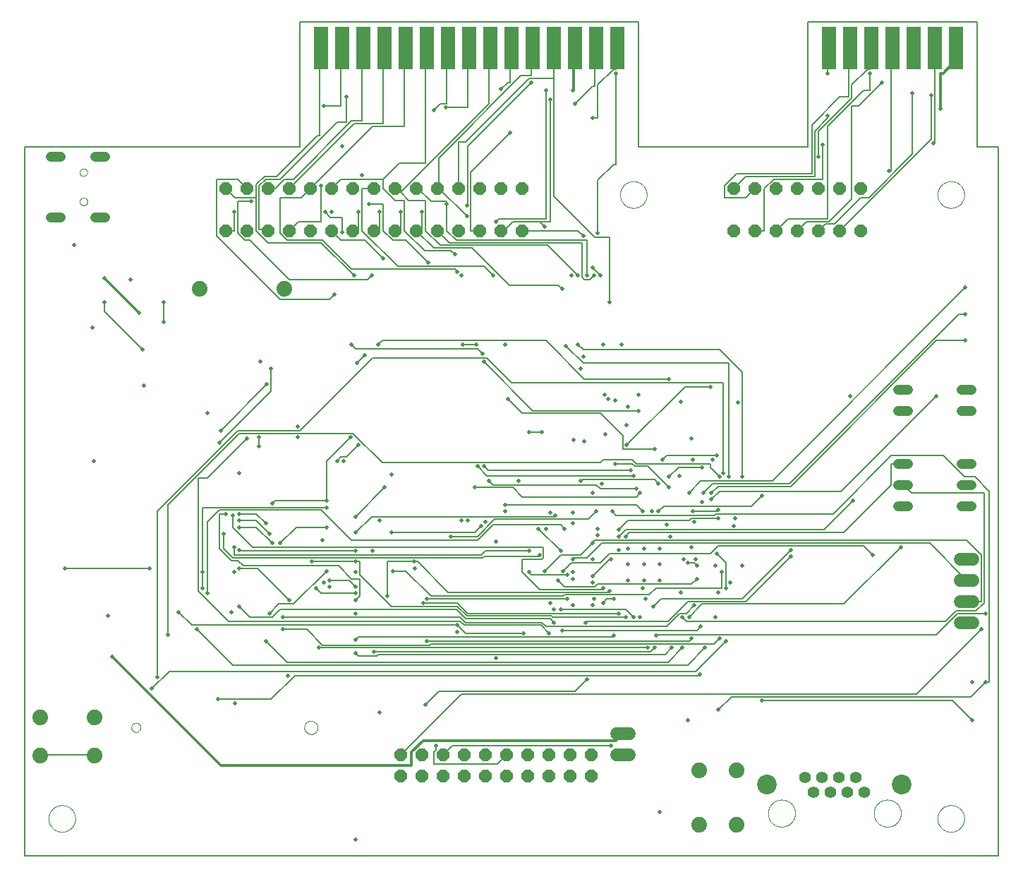
<source format=gbl>
G75*
%MOIN*%
%OFA0B0*%
%FSLAX25Y25*%
%IPPOS*%
%LPD*%
%AMOC8*
5,1,8,0,0,1.08239X$1,22.5*
%
%ADD10C,0.00500*%
%ADD11R,0.07000X0.20000*%
%ADD12OC8,0.06000*%
%ADD13C,0.07400*%
%ADD14C,0.00000*%
%ADD15C,0.05600*%
%ADD16C,0.09300*%
%ADD17C,0.04724*%
%ADD18C,0.04800*%
%ADD19C,0.06000*%
%ADD20C,0.02000*%
%ADD21C,0.00600*%
%ADD22C,0.01200*%
D10*
X0005154Y0017914D02*
X0005154Y0352560D01*
X0135154Y0352560D01*
X0135154Y0411615D01*
X0295154Y0411615D01*
X0295154Y0352560D01*
X0375154Y0352560D01*
X0375154Y0411615D01*
X0455154Y0411615D01*
X0455154Y0352560D01*
X0465154Y0352560D01*
X0465154Y0017914D01*
X0005154Y0017914D01*
D11*
X0145075Y0399193D03*
X0155075Y0399193D03*
X0165075Y0399193D03*
X0175075Y0399193D03*
X0185075Y0399193D03*
X0195075Y0399193D03*
X0205075Y0399193D03*
X0215075Y0399193D03*
X0225075Y0399193D03*
X0235075Y0399193D03*
X0245075Y0399193D03*
X0255075Y0399193D03*
X0265075Y0399193D03*
X0275075Y0399193D03*
X0285075Y0399193D03*
X0385075Y0399193D03*
X0395075Y0399193D03*
X0405075Y0399193D03*
X0415075Y0399193D03*
X0425075Y0399193D03*
X0435075Y0399193D03*
X0445075Y0399193D03*
D12*
X0400154Y0332914D03*
X0390154Y0332914D03*
X0380154Y0332914D03*
X0370154Y0332914D03*
X0360154Y0332914D03*
X0350154Y0332914D03*
X0340154Y0332914D03*
X0340154Y0312914D03*
X0350154Y0312914D03*
X0360154Y0312914D03*
X0370154Y0312914D03*
X0380154Y0312914D03*
X0390154Y0312914D03*
X0400154Y0312914D03*
X0240154Y0312914D03*
X0230154Y0312914D03*
X0220154Y0312914D03*
X0210154Y0312914D03*
X0200154Y0312914D03*
X0190154Y0312914D03*
X0180154Y0312914D03*
X0170154Y0312914D03*
X0160154Y0312914D03*
X0150154Y0312914D03*
X0140154Y0312914D03*
X0130154Y0312914D03*
X0120154Y0312914D03*
X0110154Y0312914D03*
X0100154Y0312914D03*
X0100154Y0332914D03*
X0110154Y0332914D03*
X0120154Y0332914D03*
X0130154Y0332914D03*
X0140154Y0332914D03*
X0150154Y0332914D03*
X0160154Y0332914D03*
X0170154Y0332914D03*
X0180154Y0332914D03*
X0190154Y0332914D03*
X0200154Y0332914D03*
X0210154Y0332914D03*
X0220154Y0332914D03*
X0230154Y0332914D03*
X0240154Y0332914D03*
X0242654Y0065414D03*
X0252654Y0065414D03*
X0262654Y0065414D03*
X0272654Y0065414D03*
X0272654Y0055414D03*
X0262654Y0055414D03*
X0252654Y0055414D03*
X0242654Y0055414D03*
X0232654Y0055414D03*
X0232654Y0065414D03*
X0222654Y0065414D03*
X0222654Y0055414D03*
X0212654Y0055414D03*
X0212654Y0065414D03*
X0202654Y0065414D03*
X0202654Y0055414D03*
X0192654Y0055414D03*
X0192654Y0065414D03*
X0182654Y0065414D03*
X0182654Y0055414D03*
D13*
X0323754Y0058214D03*
X0341554Y0058214D03*
X0341554Y0032614D03*
X0323754Y0032614D03*
X0037954Y0065264D03*
X0037954Y0083064D03*
X0012354Y0083064D03*
X0012354Y0065264D03*
X0087654Y0285414D03*
X0127654Y0285414D03*
D14*
X0031079Y0326662D02*
X0031081Y0326746D01*
X0031087Y0326829D01*
X0031097Y0326912D01*
X0031111Y0326995D01*
X0031128Y0327077D01*
X0031150Y0327158D01*
X0031175Y0327237D01*
X0031204Y0327316D01*
X0031237Y0327393D01*
X0031273Y0327468D01*
X0031313Y0327542D01*
X0031356Y0327614D01*
X0031403Y0327683D01*
X0031453Y0327750D01*
X0031506Y0327815D01*
X0031562Y0327877D01*
X0031620Y0327937D01*
X0031682Y0327994D01*
X0031746Y0328047D01*
X0031813Y0328098D01*
X0031882Y0328145D01*
X0031953Y0328190D01*
X0032026Y0328230D01*
X0032101Y0328267D01*
X0032178Y0328301D01*
X0032256Y0328331D01*
X0032335Y0328357D01*
X0032416Y0328380D01*
X0032498Y0328398D01*
X0032580Y0328413D01*
X0032663Y0328424D01*
X0032746Y0328431D01*
X0032830Y0328434D01*
X0032914Y0328433D01*
X0032997Y0328428D01*
X0033081Y0328419D01*
X0033163Y0328406D01*
X0033245Y0328390D01*
X0033326Y0328369D01*
X0033407Y0328345D01*
X0033485Y0328317D01*
X0033563Y0328285D01*
X0033639Y0328249D01*
X0033713Y0328210D01*
X0033785Y0328168D01*
X0033855Y0328122D01*
X0033923Y0328073D01*
X0033988Y0328021D01*
X0034051Y0327966D01*
X0034111Y0327908D01*
X0034169Y0327847D01*
X0034223Y0327783D01*
X0034275Y0327717D01*
X0034323Y0327649D01*
X0034368Y0327578D01*
X0034409Y0327505D01*
X0034448Y0327431D01*
X0034482Y0327355D01*
X0034513Y0327277D01*
X0034540Y0327198D01*
X0034564Y0327117D01*
X0034583Y0327036D01*
X0034599Y0326954D01*
X0034611Y0326871D01*
X0034619Y0326787D01*
X0034623Y0326704D01*
X0034623Y0326620D01*
X0034619Y0326537D01*
X0034611Y0326453D01*
X0034599Y0326370D01*
X0034583Y0326288D01*
X0034564Y0326207D01*
X0034540Y0326126D01*
X0034513Y0326047D01*
X0034482Y0325969D01*
X0034448Y0325893D01*
X0034409Y0325819D01*
X0034368Y0325746D01*
X0034323Y0325675D01*
X0034275Y0325607D01*
X0034223Y0325541D01*
X0034169Y0325477D01*
X0034111Y0325416D01*
X0034051Y0325358D01*
X0033988Y0325303D01*
X0033923Y0325251D01*
X0033855Y0325202D01*
X0033785Y0325156D01*
X0033713Y0325114D01*
X0033639Y0325075D01*
X0033563Y0325039D01*
X0033485Y0325007D01*
X0033407Y0324979D01*
X0033326Y0324955D01*
X0033245Y0324934D01*
X0033163Y0324918D01*
X0033081Y0324905D01*
X0032997Y0324896D01*
X0032914Y0324891D01*
X0032830Y0324890D01*
X0032746Y0324893D01*
X0032663Y0324900D01*
X0032580Y0324911D01*
X0032498Y0324926D01*
X0032416Y0324944D01*
X0032335Y0324967D01*
X0032256Y0324993D01*
X0032178Y0325023D01*
X0032101Y0325057D01*
X0032026Y0325094D01*
X0031953Y0325134D01*
X0031882Y0325179D01*
X0031813Y0325226D01*
X0031746Y0325277D01*
X0031682Y0325330D01*
X0031620Y0325387D01*
X0031562Y0325447D01*
X0031506Y0325509D01*
X0031453Y0325574D01*
X0031403Y0325641D01*
X0031356Y0325710D01*
X0031313Y0325782D01*
X0031273Y0325856D01*
X0031237Y0325931D01*
X0031204Y0326008D01*
X0031175Y0326087D01*
X0031150Y0326166D01*
X0031128Y0326247D01*
X0031111Y0326329D01*
X0031097Y0326412D01*
X0031087Y0326495D01*
X0031081Y0326578D01*
X0031079Y0326662D01*
X0031079Y0340442D02*
X0031081Y0340526D01*
X0031087Y0340609D01*
X0031097Y0340692D01*
X0031111Y0340775D01*
X0031128Y0340857D01*
X0031150Y0340938D01*
X0031175Y0341017D01*
X0031204Y0341096D01*
X0031237Y0341173D01*
X0031273Y0341248D01*
X0031313Y0341322D01*
X0031356Y0341394D01*
X0031403Y0341463D01*
X0031453Y0341530D01*
X0031506Y0341595D01*
X0031562Y0341657D01*
X0031620Y0341717D01*
X0031682Y0341774D01*
X0031746Y0341827D01*
X0031813Y0341878D01*
X0031882Y0341925D01*
X0031953Y0341970D01*
X0032026Y0342010D01*
X0032101Y0342047D01*
X0032178Y0342081D01*
X0032256Y0342111D01*
X0032335Y0342137D01*
X0032416Y0342160D01*
X0032498Y0342178D01*
X0032580Y0342193D01*
X0032663Y0342204D01*
X0032746Y0342211D01*
X0032830Y0342214D01*
X0032914Y0342213D01*
X0032997Y0342208D01*
X0033081Y0342199D01*
X0033163Y0342186D01*
X0033245Y0342170D01*
X0033326Y0342149D01*
X0033407Y0342125D01*
X0033485Y0342097D01*
X0033563Y0342065D01*
X0033639Y0342029D01*
X0033713Y0341990D01*
X0033785Y0341948D01*
X0033855Y0341902D01*
X0033923Y0341853D01*
X0033988Y0341801D01*
X0034051Y0341746D01*
X0034111Y0341688D01*
X0034169Y0341627D01*
X0034223Y0341563D01*
X0034275Y0341497D01*
X0034323Y0341429D01*
X0034368Y0341358D01*
X0034409Y0341285D01*
X0034448Y0341211D01*
X0034482Y0341135D01*
X0034513Y0341057D01*
X0034540Y0340978D01*
X0034564Y0340897D01*
X0034583Y0340816D01*
X0034599Y0340734D01*
X0034611Y0340651D01*
X0034619Y0340567D01*
X0034623Y0340484D01*
X0034623Y0340400D01*
X0034619Y0340317D01*
X0034611Y0340233D01*
X0034599Y0340150D01*
X0034583Y0340068D01*
X0034564Y0339987D01*
X0034540Y0339906D01*
X0034513Y0339827D01*
X0034482Y0339749D01*
X0034448Y0339673D01*
X0034409Y0339599D01*
X0034368Y0339526D01*
X0034323Y0339455D01*
X0034275Y0339387D01*
X0034223Y0339321D01*
X0034169Y0339257D01*
X0034111Y0339196D01*
X0034051Y0339138D01*
X0033988Y0339083D01*
X0033923Y0339031D01*
X0033855Y0338982D01*
X0033785Y0338936D01*
X0033713Y0338894D01*
X0033639Y0338855D01*
X0033563Y0338819D01*
X0033485Y0338787D01*
X0033407Y0338759D01*
X0033326Y0338735D01*
X0033245Y0338714D01*
X0033163Y0338698D01*
X0033081Y0338685D01*
X0032997Y0338676D01*
X0032914Y0338671D01*
X0032830Y0338670D01*
X0032746Y0338673D01*
X0032663Y0338680D01*
X0032580Y0338691D01*
X0032498Y0338706D01*
X0032416Y0338724D01*
X0032335Y0338747D01*
X0032256Y0338773D01*
X0032178Y0338803D01*
X0032101Y0338837D01*
X0032026Y0338874D01*
X0031953Y0338914D01*
X0031882Y0338959D01*
X0031813Y0339006D01*
X0031746Y0339057D01*
X0031682Y0339110D01*
X0031620Y0339167D01*
X0031562Y0339227D01*
X0031506Y0339289D01*
X0031453Y0339354D01*
X0031403Y0339421D01*
X0031356Y0339490D01*
X0031313Y0339562D01*
X0031273Y0339636D01*
X0031237Y0339711D01*
X0031204Y0339788D01*
X0031175Y0339867D01*
X0031150Y0339946D01*
X0031128Y0340027D01*
X0031111Y0340109D01*
X0031097Y0340192D01*
X0031087Y0340275D01*
X0031081Y0340358D01*
X0031079Y0340442D01*
X0286355Y0329914D02*
X0286357Y0330072D01*
X0286363Y0330230D01*
X0286373Y0330388D01*
X0286387Y0330546D01*
X0286405Y0330703D01*
X0286426Y0330860D01*
X0286452Y0331016D01*
X0286482Y0331172D01*
X0286515Y0331327D01*
X0286553Y0331480D01*
X0286594Y0331633D01*
X0286639Y0331785D01*
X0286688Y0331936D01*
X0286741Y0332085D01*
X0286797Y0332233D01*
X0286857Y0332379D01*
X0286921Y0332524D01*
X0286989Y0332667D01*
X0287060Y0332809D01*
X0287134Y0332949D01*
X0287212Y0333086D01*
X0287294Y0333222D01*
X0287378Y0333356D01*
X0287467Y0333487D01*
X0287558Y0333616D01*
X0287653Y0333743D01*
X0287750Y0333868D01*
X0287851Y0333990D01*
X0287955Y0334109D01*
X0288062Y0334226D01*
X0288172Y0334340D01*
X0288285Y0334451D01*
X0288400Y0334560D01*
X0288518Y0334665D01*
X0288639Y0334767D01*
X0288762Y0334867D01*
X0288888Y0334963D01*
X0289016Y0335056D01*
X0289146Y0335146D01*
X0289279Y0335232D01*
X0289414Y0335316D01*
X0289550Y0335395D01*
X0289689Y0335472D01*
X0289830Y0335544D01*
X0289972Y0335614D01*
X0290116Y0335679D01*
X0290262Y0335741D01*
X0290409Y0335799D01*
X0290558Y0335854D01*
X0290708Y0335905D01*
X0290859Y0335952D01*
X0291011Y0335995D01*
X0291164Y0336034D01*
X0291319Y0336070D01*
X0291474Y0336101D01*
X0291630Y0336129D01*
X0291786Y0336153D01*
X0291943Y0336173D01*
X0292101Y0336189D01*
X0292258Y0336201D01*
X0292417Y0336209D01*
X0292575Y0336213D01*
X0292733Y0336213D01*
X0292891Y0336209D01*
X0293050Y0336201D01*
X0293207Y0336189D01*
X0293365Y0336173D01*
X0293522Y0336153D01*
X0293678Y0336129D01*
X0293834Y0336101D01*
X0293989Y0336070D01*
X0294144Y0336034D01*
X0294297Y0335995D01*
X0294449Y0335952D01*
X0294600Y0335905D01*
X0294750Y0335854D01*
X0294899Y0335799D01*
X0295046Y0335741D01*
X0295192Y0335679D01*
X0295336Y0335614D01*
X0295478Y0335544D01*
X0295619Y0335472D01*
X0295758Y0335395D01*
X0295894Y0335316D01*
X0296029Y0335232D01*
X0296162Y0335146D01*
X0296292Y0335056D01*
X0296420Y0334963D01*
X0296546Y0334867D01*
X0296669Y0334767D01*
X0296790Y0334665D01*
X0296908Y0334560D01*
X0297023Y0334451D01*
X0297136Y0334340D01*
X0297246Y0334226D01*
X0297353Y0334109D01*
X0297457Y0333990D01*
X0297558Y0333868D01*
X0297655Y0333743D01*
X0297750Y0333616D01*
X0297841Y0333487D01*
X0297930Y0333356D01*
X0298014Y0333222D01*
X0298096Y0333086D01*
X0298174Y0332949D01*
X0298248Y0332809D01*
X0298319Y0332667D01*
X0298387Y0332524D01*
X0298451Y0332379D01*
X0298511Y0332233D01*
X0298567Y0332085D01*
X0298620Y0331936D01*
X0298669Y0331785D01*
X0298714Y0331633D01*
X0298755Y0331480D01*
X0298793Y0331327D01*
X0298826Y0331172D01*
X0298856Y0331016D01*
X0298882Y0330860D01*
X0298903Y0330703D01*
X0298921Y0330546D01*
X0298935Y0330388D01*
X0298945Y0330230D01*
X0298951Y0330072D01*
X0298953Y0329914D01*
X0298951Y0329756D01*
X0298945Y0329598D01*
X0298935Y0329440D01*
X0298921Y0329282D01*
X0298903Y0329125D01*
X0298882Y0328968D01*
X0298856Y0328812D01*
X0298826Y0328656D01*
X0298793Y0328501D01*
X0298755Y0328348D01*
X0298714Y0328195D01*
X0298669Y0328043D01*
X0298620Y0327892D01*
X0298567Y0327743D01*
X0298511Y0327595D01*
X0298451Y0327449D01*
X0298387Y0327304D01*
X0298319Y0327161D01*
X0298248Y0327019D01*
X0298174Y0326879D01*
X0298096Y0326742D01*
X0298014Y0326606D01*
X0297930Y0326472D01*
X0297841Y0326341D01*
X0297750Y0326212D01*
X0297655Y0326085D01*
X0297558Y0325960D01*
X0297457Y0325838D01*
X0297353Y0325719D01*
X0297246Y0325602D01*
X0297136Y0325488D01*
X0297023Y0325377D01*
X0296908Y0325268D01*
X0296790Y0325163D01*
X0296669Y0325061D01*
X0296546Y0324961D01*
X0296420Y0324865D01*
X0296292Y0324772D01*
X0296162Y0324682D01*
X0296029Y0324596D01*
X0295894Y0324512D01*
X0295758Y0324433D01*
X0295619Y0324356D01*
X0295478Y0324284D01*
X0295336Y0324214D01*
X0295192Y0324149D01*
X0295046Y0324087D01*
X0294899Y0324029D01*
X0294750Y0323974D01*
X0294600Y0323923D01*
X0294449Y0323876D01*
X0294297Y0323833D01*
X0294144Y0323794D01*
X0293989Y0323758D01*
X0293834Y0323727D01*
X0293678Y0323699D01*
X0293522Y0323675D01*
X0293365Y0323655D01*
X0293207Y0323639D01*
X0293050Y0323627D01*
X0292891Y0323619D01*
X0292733Y0323615D01*
X0292575Y0323615D01*
X0292417Y0323619D01*
X0292258Y0323627D01*
X0292101Y0323639D01*
X0291943Y0323655D01*
X0291786Y0323675D01*
X0291630Y0323699D01*
X0291474Y0323727D01*
X0291319Y0323758D01*
X0291164Y0323794D01*
X0291011Y0323833D01*
X0290859Y0323876D01*
X0290708Y0323923D01*
X0290558Y0323974D01*
X0290409Y0324029D01*
X0290262Y0324087D01*
X0290116Y0324149D01*
X0289972Y0324214D01*
X0289830Y0324284D01*
X0289689Y0324356D01*
X0289550Y0324433D01*
X0289414Y0324512D01*
X0289279Y0324596D01*
X0289146Y0324682D01*
X0289016Y0324772D01*
X0288888Y0324865D01*
X0288762Y0324961D01*
X0288639Y0325061D01*
X0288518Y0325163D01*
X0288400Y0325268D01*
X0288285Y0325377D01*
X0288172Y0325488D01*
X0288062Y0325602D01*
X0287955Y0325719D01*
X0287851Y0325838D01*
X0287750Y0325960D01*
X0287653Y0326085D01*
X0287558Y0326212D01*
X0287467Y0326341D01*
X0287378Y0326472D01*
X0287294Y0326606D01*
X0287212Y0326742D01*
X0287134Y0326879D01*
X0287060Y0327019D01*
X0286989Y0327161D01*
X0286921Y0327304D01*
X0286857Y0327449D01*
X0286797Y0327595D01*
X0286741Y0327743D01*
X0286688Y0327892D01*
X0286639Y0328043D01*
X0286594Y0328195D01*
X0286553Y0328348D01*
X0286515Y0328501D01*
X0286482Y0328656D01*
X0286452Y0328812D01*
X0286426Y0328968D01*
X0286405Y0329125D01*
X0286387Y0329282D01*
X0286373Y0329440D01*
X0286363Y0329598D01*
X0286357Y0329756D01*
X0286355Y0329914D01*
X0436355Y0329914D02*
X0436357Y0330072D01*
X0436363Y0330230D01*
X0436373Y0330388D01*
X0436387Y0330546D01*
X0436405Y0330703D01*
X0436426Y0330860D01*
X0436452Y0331016D01*
X0436482Y0331172D01*
X0436515Y0331327D01*
X0436553Y0331480D01*
X0436594Y0331633D01*
X0436639Y0331785D01*
X0436688Y0331936D01*
X0436741Y0332085D01*
X0436797Y0332233D01*
X0436857Y0332379D01*
X0436921Y0332524D01*
X0436989Y0332667D01*
X0437060Y0332809D01*
X0437134Y0332949D01*
X0437212Y0333086D01*
X0437294Y0333222D01*
X0437378Y0333356D01*
X0437467Y0333487D01*
X0437558Y0333616D01*
X0437653Y0333743D01*
X0437750Y0333868D01*
X0437851Y0333990D01*
X0437955Y0334109D01*
X0438062Y0334226D01*
X0438172Y0334340D01*
X0438285Y0334451D01*
X0438400Y0334560D01*
X0438518Y0334665D01*
X0438639Y0334767D01*
X0438762Y0334867D01*
X0438888Y0334963D01*
X0439016Y0335056D01*
X0439146Y0335146D01*
X0439279Y0335232D01*
X0439414Y0335316D01*
X0439550Y0335395D01*
X0439689Y0335472D01*
X0439830Y0335544D01*
X0439972Y0335614D01*
X0440116Y0335679D01*
X0440262Y0335741D01*
X0440409Y0335799D01*
X0440558Y0335854D01*
X0440708Y0335905D01*
X0440859Y0335952D01*
X0441011Y0335995D01*
X0441164Y0336034D01*
X0441319Y0336070D01*
X0441474Y0336101D01*
X0441630Y0336129D01*
X0441786Y0336153D01*
X0441943Y0336173D01*
X0442101Y0336189D01*
X0442258Y0336201D01*
X0442417Y0336209D01*
X0442575Y0336213D01*
X0442733Y0336213D01*
X0442891Y0336209D01*
X0443050Y0336201D01*
X0443207Y0336189D01*
X0443365Y0336173D01*
X0443522Y0336153D01*
X0443678Y0336129D01*
X0443834Y0336101D01*
X0443989Y0336070D01*
X0444144Y0336034D01*
X0444297Y0335995D01*
X0444449Y0335952D01*
X0444600Y0335905D01*
X0444750Y0335854D01*
X0444899Y0335799D01*
X0445046Y0335741D01*
X0445192Y0335679D01*
X0445336Y0335614D01*
X0445478Y0335544D01*
X0445619Y0335472D01*
X0445758Y0335395D01*
X0445894Y0335316D01*
X0446029Y0335232D01*
X0446162Y0335146D01*
X0446292Y0335056D01*
X0446420Y0334963D01*
X0446546Y0334867D01*
X0446669Y0334767D01*
X0446790Y0334665D01*
X0446908Y0334560D01*
X0447023Y0334451D01*
X0447136Y0334340D01*
X0447246Y0334226D01*
X0447353Y0334109D01*
X0447457Y0333990D01*
X0447558Y0333868D01*
X0447655Y0333743D01*
X0447750Y0333616D01*
X0447841Y0333487D01*
X0447930Y0333356D01*
X0448014Y0333222D01*
X0448096Y0333086D01*
X0448174Y0332949D01*
X0448248Y0332809D01*
X0448319Y0332667D01*
X0448387Y0332524D01*
X0448451Y0332379D01*
X0448511Y0332233D01*
X0448567Y0332085D01*
X0448620Y0331936D01*
X0448669Y0331785D01*
X0448714Y0331633D01*
X0448755Y0331480D01*
X0448793Y0331327D01*
X0448826Y0331172D01*
X0448856Y0331016D01*
X0448882Y0330860D01*
X0448903Y0330703D01*
X0448921Y0330546D01*
X0448935Y0330388D01*
X0448945Y0330230D01*
X0448951Y0330072D01*
X0448953Y0329914D01*
X0448951Y0329756D01*
X0448945Y0329598D01*
X0448935Y0329440D01*
X0448921Y0329282D01*
X0448903Y0329125D01*
X0448882Y0328968D01*
X0448856Y0328812D01*
X0448826Y0328656D01*
X0448793Y0328501D01*
X0448755Y0328348D01*
X0448714Y0328195D01*
X0448669Y0328043D01*
X0448620Y0327892D01*
X0448567Y0327743D01*
X0448511Y0327595D01*
X0448451Y0327449D01*
X0448387Y0327304D01*
X0448319Y0327161D01*
X0448248Y0327019D01*
X0448174Y0326879D01*
X0448096Y0326742D01*
X0448014Y0326606D01*
X0447930Y0326472D01*
X0447841Y0326341D01*
X0447750Y0326212D01*
X0447655Y0326085D01*
X0447558Y0325960D01*
X0447457Y0325838D01*
X0447353Y0325719D01*
X0447246Y0325602D01*
X0447136Y0325488D01*
X0447023Y0325377D01*
X0446908Y0325268D01*
X0446790Y0325163D01*
X0446669Y0325061D01*
X0446546Y0324961D01*
X0446420Y0324865D01*
X0446292Y0324772D01*
X0446162Y0324682D01*
X0446029Y0324596D01*
X0445894Y0324512D01*
X0445758Y0324433D01*
X0445619Y0324356D01*
X0445478Y0324284D01*
X0445336Y0324214D01*
X0445192Y0324149D01*
X0445046Y0324087D01*
X0444899Y0324029D01*
X0444750Y0323974D01*
X0444600Y0323923D01*
X0444449Y0323876D01*
X0444297Y0323833D01*
X0444144Y0323794D01*
X0443989Y0323758D01*
X0443834Y0323727D01*
X0443678Y0323699D01*
X0443522Y0323675D01*
X0443365Y0323655D01*
X0443207Y0323639D01*
X0443050Y0323627D01*
X0442891Y0323619D01*
X0442733Y0323615D01*
X0442575Y0323615D01*
X0442417Y0323619D01*
X0442258Y0323627D01*
X0442101Y0323639D01*
X0441943Y0323655D01*
X0441786Y0323675D01*
X0441630Y0323699D01*
X0441474Y0323727D01*
X0441319Y0323758D01*
X0441164Y0323794D01*
X0441011Y0323833D01*
X0440859Y0323876D01*
X0440708Y0323923D01*
X0440558Y0323974D01*
X0440409Y0324029D01*
X0440262Y0324087D01*
X0440116Y0324149D01*
X0439972Y0324214D01*
X0439830Y0324284D01*
X0439689Y0324356D01*
X0439550Y0324433D01*
X0439414Y0324512D01*
X0439279Y0324596D01*
X0439146Y0324682D01*
X0439016Y0324772D01*
X0438888Y0324865D01*
X0438762Y0324961D01*
X0438639Y0325061D01*
X0438518Y0325163D01*
X0438400Y0325268D01*
X0438285Y0325377D01*
X0438172Y0325488D01*
X0438062Y0325602D01*
X0437955Y0325719D01*
X0437851Y0325838D01*
X0437750Y0325960D01*
X0437653Y0326085D01*
X0437558Y0326212D01*
X0437467Y0326341D01*
X0437378Y0326472D01*
X0437294Y0326606D01*
X0437212Y0326742D01*
X0437134Y0326879D01*
X0437060Y0327019D01*
X0436989Y0327161D01*
X0436921Y0327304D01*
X0436857Y0327449D01*
X0436797Y0327595D01*
X0436741Y0327743D01*
X0436688Y0327892D01*
X0436639Y0328043D01*
X0436594Y0328195D01*
X0436553Y0328348D01*
X0436515Y0328501D01*
X0436482Y0328656D01*
X0436452Y0328812D01*
X0436426Y0328968D01*
X0436405Y0329125D01*
X0436387Y0329282D01*
X0436373Y0329440D01*
X0436363Y0329598D01*
X0436357Y0329756D01*
X0436355Y0329914D01*
X0137155Y0078390D02*
X0137157Y0078502D01*
X0137163Y0078613D01*
X0137173Y0078725D01*
X0137187Y0078836D01*
X0137204Y0078946D01*
X0137226Y0079056D01*
X0137252Y0079165D01*
X0137281Y0079273D01*
X0137314Y0079379D01*
X0137351Y0079485D01*
X0137392Y0079589D01*
X0137437Y0079692D01*
X0137485Y0079793D01*
X0137536Y0079892D01*
X0137591Y0079989D01*
X0137650Y0080084D01*
X0137711Y0080178D01*
X0137776Y0080269D01*
X0137845Y0080357D01*
X0137916Y0080443D01*
X0137990Y0080527D01*
X0138068Y0080607D01*
X0138148Y0080685D01*
X0138231Y0080761D01*
X0138316Y0080833D01*
X0138404Y0080902D01*
X0138494Y0080968D01*
X0138587Y0081030D01*
X0138682Y0081090D01*
X0138779Y0081146D01*
X0138877Y0081198D01*
X0138978Y0081247D01*
X0139080Y0081292D01*
X0139184Y0081334D01*
X0139289Y0081372D01*
X0139396Y0081406D01*
X0139503Y0081436D01*
X0139612Y0081463D01*
X0139721Y0081485D01*
X0139832Y0081504D01*
X0139942Y0081519D01*
X0140054Y0081530D01*
X0140165Y0081537D01*
X0140277Y0081540D01*
X0140389Y0081539D01*
X0140501Y0081534D01*
X0140612Y0081525D01*
X0140723Y0081512D01*
X0140834Y0081495D01*
X0140944Y0081475D01*
X0141053Y0081450D01*
X0141161Y0081422D01*
X0141268Y0081389D01*
X0141374Y0081353D01*
X0141478Y0081313D01*
X0141581Y0081270D01*
X0141683Y0081223D01*
X0141782Y0081172D01*
X0141880Y0081118D01*
X0141976Y0081060D01*
X0142070Y0080999D01*
X0142161Y0080935D01*
X0142250Y0080868D01*
X0142337Y0080797D01*
X0142421Y0080723D01*
X0142503Y0080647D01*
X0142581Y0080567D01*
X0142657Y0080485D01*
X0142730Y0080400D01*
X0142800Y0080313D01*
X0142866Y0080223D01*
X0142930Y0080131D01*
X0142990Y0080037D01*
X0143047Y0079941D01*
X0143100Y0079842D01*
X0143150Y0079742D01*
X0143196Y0079641D01*
X0143239Y0079537D01*
X0143278Y0079432D01*
X0143313Y0079326D01*
X0143344Y0079219D01*
X0143372Y0079110D01*
X0143395Y0079001D01*
X0143415Y0078891D01*
X0143431Y0078780D01*
X0143443Y0078669D01*
X0143451Y0078558D01*
X0143455Y0078446D01*
X0143455Y0078334D01*
X0143451Y0078222D01*
X0143443Y0078111D01*
X0143431Y0078000D01*
X0143415Y0077889D01*
X0143395Y0077779D01*
X0143372Y0077670D01*
X0143344Y0077561D01*
X0143313Y0077454D01*
X0143278Y0077348D01*
X0143239Y0077243D01*
X0143196Y0077139D01*
X0143150Y0077038D01*
X0143100Y0076938D01*
X0143047Y0076839D01*
X0142990Y0076743D01*
X0142930Y0076649D01*
X0142866Y0076557D01*
X0142800Y0076467D01*
X0142730Y0076380D01*
X0142657Y0076295D01*
X0142581Y0076213D01*
X0142503Y0076133D01*
X0142421Y0076057D01*
X0142337Y0075983D01*
X0142250Y0075912D01*
X0142161Y0075845D01*
X0142070Y0075781D01*
X0141976Y0075720D01*
X0141880Y0075662D01*
X0141782Y0075608D01*
X0141683Y0075557D01*
X0141581Y0075510D01*
X0141478Y0075467D01*
X0141374Y0075427D01*
X0141268Y0075391D01*
X0141161Y0075358D01*
X0141053Y0075330D01*
X0140944Y0075305D01*
X0140834Y0075285D01*
X0140723Y0075268D01*
X0140612Y0075255D01*
X0140501Y0075246D01*
X0140389Y0075241D01*
X0140277Y0075240D01*
X0140165Y0075243D01*
X0140054Y0075250D01*
X0139942Y0075261D01*
X0139832Y0075276D01*
X0139721Y0075295D01*
X0139612Y0075317D01*
X0139503Y0075344D01*
X0139396Y0075374D01*
X0139289Y0075408D01*
X0139184Y0075446D01*
X0139080Y0075488D01*
X0138978Y0075533D01*
X0138877Y0075582D01*
X0138779Y0075634D01*
X0138682Y0075690D01*
X0138587Y0075750D01*
X0138494Y0075812D01*
X0138404Y0075878D01*
X0138316Y0075947D01*
X0138231Y0076019D01*
X0138148Y0076095D01*
X0138068Y0076173D01*
X0137990Y0076253D01*
X0137916Y0076337D01*
X0137845Y0076423D01*
X0137776Y0076511D01*
X0137711Y0076602D01*
X0137650Y0076696D01*
X0137591Y0076791D01*
X0137536Y0076888D01*
X0137485Y0076987D01*
X0137437Y0077088D01*
X0137392Y0077191D01*
X0137351Y0077295D01*
X0137314Y0077401D01*
X0137281Y0077507D01*
X0137252Y0077615D01*
X0137226Y0077724D01*
X0137204Y0077834D01*
X0137187Y0077944D01*
X0137173Y0078055D01*
X0137163Y0078167D01*
X0137157Y0078278D01*
X0137155Y0078390D01*
X0055463Y0078390D02*
X0055465Y0078483D01*
X0055471Y0078575D01*
X0055481Y0078667D01*
X0055495Y0078758D01*
X0055512Y0078849D01*
X0055534Y0078939D01*
X0055559Y0079028D01*
X0055588Y0079116D01*
X0055621Y0079202D01*
X0055658Y0079287D01*
X0055698Y0079371D01*
X0055742Y0079452D01*
X0055789Y0079532D01*
X0055839Y0079610D01*
X0055893Y0079685D01*
X0055950Y0079758D01*
X0056010Y0079828D01*
X0056073Y0079896D01*
X0056139Y0079961D01*
X0056207Y0080023D01*
X0056278Y0080083D01*
X0056352Y0080139D01*
X0056428Y0080192D01*
X0056506Y0080241D01*
X0056586Y0080288D01*
X0056668Y0080330D01*
X0056752Y0080370D01*
X0056837Y0080405D01*
X0056924Y0080437D01*
X0057012Y0080466D01*
X0057101Y0080490D01*
X0057191Y0080511D01*
X0057282Y0080527D01*
X0057374Y0080540D01*
X0057466Y0080549D01*
X0057559Y0080554D01*
X0057651Y0080555D01*
X0057744Y0080552D01*
X0057836Y0080545D01*
X0057928Y0080534D01*
X0058019Y0080519D01*
X0058110Y0080501D01*
X0058200Y0080478D01*
X0058288Y0080452D01*
X0058376Y0080422D01*
X0058462Y0080388D01*
X0058546Y0080351D01*
X0058629Y0080309D01*
X0058710Y0080265D01*
X0058790Y0080217D01*
X0058867Y0080166D01*
X0058941Y0080111D01*
X0059014Y0080053D01*
X0059084Y0079993D01*
X0059151Y0079929D01*
X0059215Y0079863D01*
X0059277Y0079793D01*
X0059335Y0079722D01*
X0059390Y0079648D01*
X0059442Y0079571D01*
X0059491Y0079492D01*
X0059537Y0079412D01*
X0059579Y0079329D01*
X0059617Y0079245D01*
X0059652Y0079159D01*
X0059683Y0079072D01*
X0059710Y0078984D01*
X0059733Y0078894D01*
X0059753Y0078804D01*
X0059769Y0078713D01*
X0059781Y0078621D01*
X0059789Y0078529D01*
X0059793Y0078436D01*
X0059793Y0078344D01*
X0059789Y0078251D01*
X0059781Y0078159D01*
X0059769Y0078067D01*
X0059753Y0077976D01*
X0059733Y0077886D01*
X0059710Y0077796D01*
X0059683Y0077708D01*
X0059652Y0077621D01*
X0059617Y0077535D01*
X0059579Y0077451D01*
X0059537Y0077368D01*
X0059491Y0077288D01*
X0059442Y0077209D01*
X0059390Y0077132D01*
X0059335Y0077058D01*
X0059277Y0076987D01*
X0059215Y0076917D01*
X0059151Y0076851D01*
X0059084Y0076787D01*
X0059014Y0076727D01*
X0058941Y0076669D01*
X0058867Y0076614D01*
X0058790Y0076563D01*
X0058711Y0076515D01*
X0058629Y0076471D01*
X0058546Y0076429D01*
X0058462Y0076392D01*
X0058376Y0076358D01*
X0058288Y0076328D01*
X0058200Y0076302D01*
X0058110Y0076279D01*
X0058019Y0076261D01*
X0057928Y0076246D01*
X0057836Y0076235D01*
X0057744Y0076228D01*
X0057651Y0076225D01*
X0057559Y0076226D01*
X0057466Y0076231D01*
X0057374Y0076240D01*
X0057282Y0076253D01*
X0057191Y0076269D01*
X0057101Y0076290D01*
X0057012Y0076314D01*
X0056924Y0076343D01*
X0056837Y0076375D01*
X0056752Y0076410D01*
X0056668Y0076450D01*
X0056586Y0076492D01*
X0056506Y0076539D01*
X0056428Y0076588D01*
X0056352Y0076641D01*
X0056278Y0076697D01*
X0056207Y0076757D01*
X0056139Y0076819D01*
X0056073Y0076884D01*
X0056010Y0076952D01*
X0055950Y0077022D01*
X0055893Y0077095D01*
X0055839Y0077170D01*
X0055789Y0077248D01*
X0055742Y0077328D01*
X0055698Y0077409D01*
X0055658Y0077493D01*
X0055621Y0077578D01*
X0055588Y0077664D01*
X0055559Y0077752D01*
X0055534Y0077841D01*
X0055512Y0077931D01*
X0055495Y0078022D01*
X0055481Y0078113D01*
X0055471Y0078205D01*
X0055465Y0078297D01*
X0055463Y0078390D01*
X0016355Y0035414D02*
X0016357Y0035572D01*
X0016363Y0035730D01*
X0016373Y0035888D01*
X0016387Y0036046D01*
X0016405Y0036203D01*
X0016426Y0036360D01*
X0016452Y0036516D01*
X0016482Y0036672D01*
X0016515Y0036827D01*
X0016553Y0036980D01*
X0016594Y0037133D01*
X0016639Y0037285D01*
X0016688Y0037436D01*
X0016741Y0037585D01*
X0016797Y0037733D01*
X0016857Y0037879D01*
X0016921Y0038024D01*
X0016989Y0038167D01*
X0017060Y0038309D01*
X0017134Y0038449D01*
X0017212Y0038586D01*
X0017294Y0038722D01*
X0017378Y0038856D01*
X0017467Y0038987D01*
X0017558Y0039116D01*
X0017653Y0039243D01*
X0017750Y0039368D01*
X0017851Y0039490D01*
X0017955Y0039609D01*
X0018062Y0039726D01*
X0018172Y0039840D01*
X0018285Y0039951D01*
X0018400Y0040060D01*
X0018518Y0040165D01*
X0018639Y0040267D01*
X0018762Y0040367D01*
X0018888Y0040463D01*
X0019016Y0040556D01*
X0019146Y0040646D01*
X0019279Y0040732D01*
X0019414Y0040816D01*
X0019550Y0040895D01*
X0019689Y0040972D01*
X0019830Y0041044D01*
X0019972Y0041114D01*
X0020116Y0041179D01*
X0020262Y0041241D01*
X0020409Y0041299D01*
X0020558Y0041354D01*
X0020708Y0041405D01*
X0020859Y0041452D01*
X0021011Y0041495D01*
X0021164Y0041534D01*
X0021319Y0041570D01*
X0021474Y0041601D01*
X0021630Y0041629D01*
X0021786Y0041653D01*
X0021943Y0041673D01*
X0022101Y0041689D01*
X0022258Y0041701D01*
X0022417Y0041709D01*
X0022575Y0041713D01*
X0022733Y0041713D01*
X0022891Y0041709D01*
X0023050Y0041701D01*
X0023207Y0041689D01*
X0023365Y0041673D01*
X0023522Y0041653D01*
X0023678Y0041629D01*
X0023834Y0041601D01*
X0023989Y0041570D01*
X0024144Y0041534D01*
X0024297Y0041495D01*
X0024449Y0041452D01*
X0024600Y0041405D01*
X0024750Y0041354D01*
X0024899Y0041299D01*
X0025046Y0041241D01*
X0025192Y0041179D01*
X0025336Y0041114D01*
X0025478Y0041044D01*
X0025619Y0040972D01*
X0025758Y0040895D01*
X0025894Y0040816D01*
X0026029Y0040732D01*
X0026162Y0040646D01*
X0026292Y0040556D01*
X0026420Y0040463D01*
X0026546Y0040367D01*
X0026669Y0040267D01*
X0026790Y0040165D01*
X0026908Y0040060D01*
X0027023Y0039951D01*
X0027136Y0039840D01*
X0027246Y0039726D01*
X0027353Y0039609D01*
X0027457Y0039490D01*
X0027558Y0039368D01*
X0027655Y0039243D01*
X0027750Y0039116D01*
X0027841Y0038987D01*
X0027930Y0038856D01*
X0028014Y0038722D01*
X0028096Y0038586D01*
X0028174Y0038449D01*
X0028248Y0038309D01*
X0028319Y0038167D01*
X0028387Y0038024D01*
X0028451Y0037879D01*
X0028511Y0037733D01*
X0028567Y0037585D01*
X0028620Y0037436D01*
X0028669Y0037285D01*
X0028714Y0037133D01*
X0028755Y0036980D01*
X0028793Y0036827D01*
X0028826Y0036672D01*
X0028856Y0036516D01*
X0028882Y0036360D01*
X0028903Y0036203D01*
X0028921Y0036046D01*
X0028935Y0035888D01*
X0028945Y0035730D01*
X0028951Y0035572D01*
X0028953Y0035414D01*
X0028951Y0035256D01*
X0028945Y0035098D01*
X0028935Y0034940D01*
X0028921Y0034782D01*
X0028903Y0034625D01*
X0028882Y0034468D01*
X0028856Y0034312D01*
X0028826Y0034156D01*
X0028793Y0034001D01*
X0028755Y0033848D01*
X0028714Y0033695D01*
X0028669Y0033543D01*
X0028620Y0033392D01*
X0028567Y0033243D01*
X0028511Y0033095D01*
X0028451Y0032949D01*
X0028387Y0032804D01*
X0028319Y0032661D01*
X0028248Y0032519D01*
X0028174Y0032379D01*
X0028096Y0032242D01*
X0028014Y0032106D01*
X0027930Y0031972D01*
X0027841Y0031841D01*
X0027750Y0031712D01*
X0027655Y0031585D01*
X0027558Y0031460D01*
X0027457Y0031338D01*
X0027353Y0031219D01*
X0027246Y0031102D01*
X0027136Y0030988D01*
X0027023Y0030877D01*
X0026908Y0030768D01*
X0026790Y0030663D01*
X0026669Y0030561D01*
X0026546Y0030461D01*
X0026420Y0030365D01*
X0026292Y0030272D01*
X0026162Y0030182D01*
X0026029Y0030096D01*
X0025894Y0030012D01*
X0025758Y0029933D01*
X0025619Y0029856D01*
X0025478Y0029784D01*
X0025336Y0029714D01*
X0025192Y0029649D01*
X0025046Y0029587D01*
X0024899Y0029529D01*
X0024750Y0029474D01*
X0024600Y0029423D01*
X0024449Y0029376D01*
X0024297Y0029333D01*
X0024144Y0029294D01*
X0023989Y0029258D01*
X0023834Y0029227D01*
X0023678Y0029199D01*
X0023522Y0029175D01*
X0023365Y0029155D01*
X0023207Y0029139D01*
X0023050Y0029127D01*
X0022891Y0029119D01*
X0022733Y0029115D01*
X0022575Y0029115D01*
X0022417Y0029119D01*
X0022258Y0029127D01*
X0022101Y0029139D01*
X0021943Y0029155D01*
X0021786Y0029175D01*
X0021630Y0029199D01*
X0021474Y0029227D01*
X0021319Y0029258D01*
X0021164Y0029294D01*
X0021011Y0029333D01*
X0020859Y0029376D01*
X0020708Y0029423D01*
X0020558Y0029474D01*
X0020409Y0029529D01*
X0020262Y0029587D01*
X0020116Y0029649D01*
X0019972Y0029714D01*
X0019830Y0029784D01*
X0019689Y0029856D01*
X0019550Y0029933D01*
X0019414Y0030012D01*
X0019279Y0030096D01*
X0019146Y0030182D01*
X0019016Y0030272D01*
X0018888Y0030365D01*
X0018762Y0030461D01*
X0018639Y0030561D01*
X0018518Y0030663D01*
X0018400Y0030768D01*
X0018285Y0030877D01*
X0018172Y0030988D01*
X0018062Y0031102D01*
X0017955Y0031219D01*
X0017851Y0031338D01*
X0017750Y0031460D01*
X0017653Y0031585D01*
X0017558Y0031712D01*
X0017467Y0031841D01*
X0017378Y0031972D01*
X0017294Y0032106D01*
X0017212Y0032242D01*
X0017134Y0032379D01*
X0017060Y0032519D01*
X0016989Y0032661D01*
X0016921Y0032804D01*
X0016857Y0032949D01*
X0016797Y0033095D01*
X0016741Y0033243D01*
X0016688Y0033392D01*
X0016639Y0033543D01*
X0016594Y0033695D01*
X0016553Y0033848D01*
X0016515Y0034001D01*
X0016482Y0034156D01*
X0016452Y0034312D01*
X0016426Y0034468D01*
X0016405Y0034625D01*
X0016387Y0034782D01*
X0016373Y0034940D01*
X0016363Y0035098D01*
X0016357Y0035256D01*
X0016355Y0035414D01*
X0356254Y0037914D02*
X0356256Y0038074D01*
X0356262Y0038233D01*
X0356272Y0038392D01*
X0356286Y0038551D01*
X0356304Y0038710D01*
X0356325Y0038868D01*
X0356351Y0039025D01*
X0356381Y0039182D01*
X0356414Y0039338D01*
X0356452Y0039493D01*
X0356493Y0039647D01*
X0356538Y0039800D01*
X0356587Y0039952D01*
X0356640Y0040103D01*
X0356696Y0040252D01*
X0356757Y0040400D01*
X0356820Y0040546D01*
X0356888Y0040691D01*
X0356959Y0040834D01*
X0357033Y0040975D01*
X0357111Y0041114D01*
X0357193Y0041251D01*
X0357278Y0041386D01*
X0357366Y0041519D01*
X0357458Y0041650D01*
X0357552Y0041778D01*
X0357650Y0041904D01*
X0357751Y0042028D01*
X0357855Y0042149D01*
X0357962Y0042267D01*
X0358072Y0042383D01*
X0358185Y0042496D01*
X0358301Y0042606D01*
X0358419Y0042713D01*
X0358540Y0042817D01*
X0358664Y0042918D01*
X0358790Y0043016D01*
X0358918Y0043110D01*
X0359049Y0043202D01*
X0359182Y0043290D01*
X0359317Y0043375D01*
X0359454Y0043457D01*
X0359593Y0043535D01*
X0359734Y0043609D01*
X0359877Y0043680D01*
X0360022Y0043748D01*
X0360168Y0043811D01*
X0360316Y0043872D01*
X0360465Y0043928D01*
X0360616Y0043981D01*
X0360768Y0044030D01*
X0360921Y0044075D01*
X0361075Y0044116D01*
X0361230Y0044154D01*
X0361386Y0044187D01*
X0361543Y0044217D01*
X0361700Y0044243D01*
X0361858Y0044264D01*
X0362017Y0044282D01*
X0362176Y0044296D01*
X0362335Y0044306D01*
X0362494Y0044312D01*
X0362654Y0044314D01*
X0362814Y0044312D01*
X0362973Y0044306D01*
X0363132Y0044296D01*
X0363291Y0044282D01*
X0363450Y0044264D01*
X0363608Y0044243D01*
X0363765Y0044217D01*
X0363922Y0044187D01*
X0364078Y0044154D01*
X0364233Y0044116D01*
X0364387Y0044075D01*
X0364540Y0044030D01*
X0364692Y0043981D01*
X0364843Y0043928D01*
X0364992Y0043872D01*
X0365140Y0043811D01*
X0365286Y0043748D01*
X0365431Y0043680D01*
X0365574Y0043609D01*
X0365715Y0043535D01*
X0365854Y0043457D01*
X0365991Y0043375D01*
X0366126Y0043290D01*
X0366259Y0043202D01*
X0366390Y0043110D01*
X0366518Y0043016D01*
X0366644Y0042918D01*
X0366768Y0042817D01*
X0366889Y0042713D01*
X0367007Y0042606D01*
X0367123Y0042496D01*
X0367236Y0042383D01*
X0367346Y0042267D01*
X0367453Y0042149D01*
X0367557Y0042028D01*
X0367658Y0041904D01*
X0367756Y0041778D01*
X0367850Y0041650D01*
X0367942Y0041519D01*
X0368030Y0041386D01*
X0368115Y0041251D01*
X0368197Y0041114D01*
X0368275Y0040975D01*
X0368349Y0040834D01*
X0368420Y0040691D01*
X0368488Y0040546D01*
X0368551Y0040400D01*
X0368612Y0040252D01*
X0368668Y0040103D01*
X0368721Y0039952D01*
X0368770Y0039800D01*
X0368815Y0039647D01*
X0368856Y0039493D01*
X0368894Y0039338D01*
X0368927Y0039182D01*
X0368957Y0039025D01*
X0368983Y0038868D01*
X0369004Y0038710D01*
X0369022Y0038551D01*
X0369036Y0038392D01*
X0369046Y0038233D01*
X0369052Y0038074D01*
X0369054Y0037914D01*
X0369052Y0037754D01*
X0369046Y0037595D01*
X0369036Y0037436D01*
X0369022Y0037277D01*
X0369004Y0037118D01*
X0368983Y0036960D01*
X0368957Y0036803D01*
X0368927Y0036646D01*
X0368894Y0036490D01*
X0368856Y0036335D01*
X0368815Y0036181D01*
X0368770Y0036028D01*
X0368721Y0035876D01*
X0368668Y0035725D01*
X0368612Y0035576D01*
X0368551Y0035428D01*
X0368488Y0035282D01*
X0368420Y0035137D01*
X0368349Y0034994D01*
X0368275Y0034853D01*
X0368197Y0034714D01*
X0368115Y0034577D01*
X0368030Y0034442D01*
X0367942Y0034309D01*
X0367850Y0034178D01*
X0367756Y0034050D01*
X0367658Y0033924D01*
X0367557Y0033800D01*
X0367453Y0033679D01*
X0367346Y0033561D01*
X0367236Y0033445D01*
X0367123Y0033332D01*
X0367007Y0033222D01*
X0366889Y0033115D01*
X0366768Y0033011D01*
X0366644Y0032910D01*
X0366518Y0032812D01*
X0366390Y0032718D01*
X0366259Y0032626D01*
X0366126Y0032538D01*
X0365991Y0032453D01*
X0365854Y0032371D01*
X0365715Y0032293D01*
X0365574Y0032219D01*
X0365431Y0032148D01*
X0365286Y0032080D01*
X0365140Y0032017D01*
X0364992Y0031956D01*
X0364843Y0031900D01*
X0364692Y0031847D01*
X0364540Y0031798D01*
X0364387Y0031753D01*
X0364233Y0031712D01*
X0364078Y0031674D01*
X0363922Y0031641D01*
X0363765Y0031611D01*
X0363608Y0031585D01*
X0363450Y0031564D01*
X0363291Y0031546D01*
X0363132Y0031532D01*
X0362973Y0031522D01*
X0362814Y0031516D01*
X0362654Y0031514D01*
X0362494Y0031516D01*
X0362335Y0031522D01*
X0362176Y0031532D01*
X0362017Y0031546D01*
X0361858Y0031564D01*
X0361700Y0031585D01*
X0361543Y0031611D01*
X0361386Y0031641D01*
X0361230Y0031674D01*
X0361075Y0031712D01*
X0360921Y0031753D01*
X0360768Y0031798D01*
X0360616Y0031847D01*
X0360465Y0031900D01*
X0360316Y0031956D01*
X0360168Y0032017D01*
X0360022Y0032080D01*
X0359877Y0032148D01*
X0359734Y0032219D01*
X0359593Y0032293D01*
X0359454Y0032371D01*
X0359317Y0032453D01*
X0359182Y0032538D01*
X0359049Y0032626D01*
X0358918Y0032718D01*
X0358790Y0032812D01*
X0358664Y0032910D01*
X0358540Y0033011D01*
X0358419Y0033115D01*
X0358301Y0033222D01*
X0358185Y0033332D01*
X0358072Y0033445D01*
X0357962Y0033561D01*
X0357855Y0033679D01*
X0357751Y0033800D01*
X0357650Y0033924D01*
X0357552Y0034050D01*
X0357458Y0034178D01*
X0357366Y0034309D01*
X0357278Y0034442D01*
X0357193Y0034577D01*
X0357111Y0034714D01*
X0357033Y0034853D01*
X0356959Y0034994D01*
X0356888Y0035137D01*
X0356820Y0035282D01*
X0356757Y0035428D01*
X0356696Y0035576D01*
X0356640Y0035725D01*
X0356587Y0035876D01*
X0356538Y0036028D01*
X0356493Y0036181D01*
X0356452Y0036335D01*
X0356414Y0036490D01*
X0356381Y0036646D01*
X0356351Y0036803D01*
X0356325Y0036960D01*
X0356304Y0037118D01*
X0356286Y0037277D01*
X0356272Y0037436D01*
X0356262Y0037595D01*
X0356256Y0037754D01*
X0356254Y0037914D01*
X0406254Y0037914D02*
X0406256Y0038074D01*
X0406262Y0038233D01*
X0406272Y0038392D01*
X0406286Y0038551D01*
X0406304Y0038710D01*
X0406325Y0038868D01*
X0406351Y0039025D01*
X0406381Y0039182D01*
X0406414Y0039338D01*
X0406452Y0039493D01*
X0406493Y0039647D01*
X0406538Y0039800D01*
X0406587Y0039952D01*
X0406640Y0040103D01*
X0406696Y0040252D01*
X0406757Y0040400D01*
X0406820Y0040546D01*
X0406888Y0040691D01*
X0406959Y0040834D01*
X0407033Y0040975D01*
X0407111Y0041114D01*
X0407193Y0041251D01*
X0407278Y0041386D01*
X0407366Y0041519D01*
X0407458Y0041650D01*
X0407552Y0041778D01*
X0407650Y0041904D01*
X0407751Y0042028D01*
X0407855Y0042149D01*
X0407962Y0042267D01*
X0408072Y0042383D01*
X0408185Y0042496D01*
X0408301Y0042606D01*
X0408419Y0042713D01*
X0408540Y0042817D01*
X0408664Y0042918D01*
X0408790Y0043016D01*
X0408918Y0043110D01*
X0409049Y0043202D01*
X0409182Y0043290D01*
X0409317Y0043375D01*
X0409454Y0043457D01*
X0409593Y0043535D01*
X0409734Y0043609D01*
X0409877Y0043680D01*
X0410022Y0043748D01*
X0410168Y0043811D01*
X0410316Y0043872D01*
X0410465Y0043928D01*
X0410616Y0043981D01*
X0410768Y0044030D01*
X0410921Y0044075D01*
X0411075Y0044116D01*
X0411230Y0044154D01*
X0411386Y0044187D01*
X0411543Y0044217D01*
X0411700Y0044243D01*
X0411858Y0044264D01*
X0412017Y0044282D01*
X0412176Y0044296D01*
X0412335Y0044306D01*
X0412494Y0044312D01*
X0412654Y0044314D01*
X0412814Y0044312D01*
X0412973Y0044306D01*
X0413132Y0044296D01*
X0413291Y0044282D01*
X0413450Y0044264D01*
X0413608Y0044243D01*
X0413765Y0044217D01*
X0413922Y0044187D01*
X0414078Y0044154D01*
X0414233Y0044116D01*
X0414387Y0044075D01*
X0414540Y0044030D01*
X0414692Y0043981D01*
X0414843Y0043928D01*
X0414992Y0043872D01*
X0415140Y0043811D01*
X0415286Y0043748D01*
X0415431Y0043680D01*
X0415574Y0043609D01*
X0415715Y0043535D01*
X0415854Y0043457D01*
X0415991Y0043375D01*
X0416126Y0043290D01*
X0416259Y0043202D01*
X0416390Y0043110D01*
X0416518Y0043016D01*
X0416644Y0042918D01*
X0416768Y0042817D01*
X0416889Y0042713D01*
X0417007Y0042606D01*
X0417123Y0042496D01*
X0417236Y0042383D01*
X0417346Y0042267D01*
X0417453Y0042149D01*
X0417557Y0042028D01*
X0417658Y0041904D01*
X0417756Y0041778D01*
X0417850Y0041650D01*
X0417942Y0041519D01*
X0418030Y0041386D01*
X0418115Y0041251D01*
X0418197Y0041114D01*
X0418275Y0040975D01*
X0418349Y0040834D01*
X0418420Y0040691D01*
X0418488Y0040546D01*
X0418551Y0040400D01*
X0418612Y0040252D01*
X0418668Y0040103D01*
X0418721Y0039952D01*
X0418770Y0039800D01*
X0418815Y0039647D01*
X0418856Y0039493D01*
X0418894Y0039338D01*
X0418927Y0039182D01*
X0418957Y0039025D01*
X0418983Y0038868D01*
X0419004Y0038710D01*
X0419022Y0038551D01*
X0419036Y0038392D01*
X0419046Y0038233D01*
X0419052Y0038074D01*
X0419054Y0037914D01*
X0419052Y0037754D01*
X0419046Y0037595D01*
X0419036Y0037436D01*
X0419022Y0037277D01*
X0419004Y0037118D01*
X0418983Y0036960D01*
X0418957Y0036803D01*
X0418927Y0036646D01*
X0418894Y0036490D01*
X0418856Y0036335D01*
X0418815Y0036181D01*
X0418770Y0036028D01*
X0418721Y0035876D01*
X0418668Y0035725D01*
X0418612Y0035576D01*
X0418551Y0035428D01*
X0418488Y0035282D01*
X0418420Y0035137D01*
X0418349Y0034994D01*
X0418275Y0034853D01*
X0418197Y0034714D01*
X0418115Y0034577D01*
X0418030Y0034442D01*
X0417942Y0034309D01*
X0417850Y0034178D01*
X0417756Y0034050D01*
X0417658Y0033924D01*
X0417557Y0033800D01*
X0417453Y0033679D01*
X0417346Y0033561D01*
X0417236Y0033445D01*
X0417123Y0033332D01*
X0417007Y0033222D01*
X0416889Y0033115D01*
X0416768Y0033011D01*
X0416644Y0032910D01*
X0416518Y0032812D01*
X0416390Y0032718D01*
X0416259Y0032626D01*
X0416126Y0032538D01*
X0415991Y0032453D01*
X0415854Y0032371D01*
X0415715Y0032293D01*
X0415574Y0032219D01*
X0415431Y0032148D01*
X0415286Y0032080D01*
X0415140Y0032017D01*
X0414992Y0031956D01*
X0414843Y0031900D01*
X0414692Y0031847D01*
X0414540Y0031798D01*
X0414387Y0031753D01*
X0414233Y0031712D01*
X0414078Y0031674D01*
X0413922Y0031641D01*
X0413765Y0031611D01*
X0413608Y0031585D01*
X0413450Y0031564D01*
X0413291Y0031546D01*
X0413132Y0031532D01*
X0412973Y0031522D01*
X0412814Y0031516D01*
X0412654Y0031514D01*
X0412494Y0031516D01*
X0412335Y0031522D01*
X0412176Y0031532D01*
X0412017Y0031546D01*
X0411858Y0031564D01*
X0411700Y0031585D01*
X0411543Y0031611D01*
X0411386Y0031641D01*
X0411230Y0031674D01*
X0411075Y0031712D01*
X0410921Y0031753D01*
X0410768Y0031798D01*
X0410616Y0031847D01*
X0410465Y0031900D01*
X0410316Y0031956D01*
X0410168Y0032017D01*
X0410022Y0032080D01*
X0409877Y0032148D01*
X0409734Y0032219D01*
X0409593Y0032293D01*
X0409454Y0032371D01*
X0409317Y0032453D01*
X0409182Y0032538D01*
X0409049Y0032626D01*
X0408918Y0032718D01*
X0408790Y0032812D01*
X0408664Y0032910D01*
X0408540Y0033011D01*
X0408419Y0033115D01*
X0408301Y0033222D01*
X0408185Y0033332D01*
X0408072Y0033445D01*
X0407962Y0033561D01*
X0407855Y0033679D01*
X0407751Y0033800D01*
X0407650Y0033924D01*
X0407552Y0034050D01*
X0407458Y0034178D01*
X0407366Y0034309D01*
X0407278Y0034442D01*
X0407193Y0034577D01*
X0407111Y0034714D01*
X0407033Y0034853D01*
X0406959Y0034994D01*
X0406888Y0035137D01*
X0406820Y0035282D01*
X0406757Y0035428D01*
X0406696Y0035576D01*
X0406640Y0035725D01*
X0406587Y0035876D01*
X0406538Y0036028D01*
X0406493Y0036181D01*
X0406452Y0036335D01*
X0406414Y0036490D01*
X0406381Y0036646D01*
X0406351Y0036803D01*
X0406325Y0036960D01*
X0406304Y0037118D01*
X0406286Y0037277D01*
X0406272Y0037436D01*
X0406262Y0037595D01*
X0406256Y0037754D01*
X0406254Y0037914D01*
X0436355Y0035414D02*
X0436357Y0035572D01*
X0436363Y0035730D01*
X0436373Y0035888D01*
X0436387Y0036046D01*
X0436405Y0036203D01*
X0436426Y0036360D01*
X0436452Y0036516D01*
X0436482Y0036672D01*
X0436515Y0036827D01*
X0436553Y0036980D01*
X0436594Y0037133D01*
X0436639Y0037285D01*
X0436688Y0037436D01*
X0436741Y0037585D01*
X0436797Y0037733D01*
X0436857Y0037879D01*
X0436921Y0038024D01*
X0436989Y0038167D01*
X0437060Y0038309D01*
X0437134Y0038449D01*
X0437212Y0038586D01*
X0437294Y0038722D01*
X0437378Y0038856D01*
X0437467Y0038987D01*
X0437558Y0039116D01*
X0437653Y0039243D01*
X0437750Y0039368D01*
X0437851Y0039490D01*
X0437955Y0039609D01*
X0438062Y0039726D01*
X0438172Y0039840D01*
X0438285Y0039951D01*
X0438400Y0040060D01*
X0438518Y0040165D01*
X0438639Y0040267D01*
X0438762Y0040367D01*
X0438888Y0040463D01*
X0439016Y0040556D01*
X0439146Y0040646D01*
X0439279Y0040732D01*
X0439414Y0040816D01*
X0439550Y0040895D01*
X0439689Y0040972D01*
X0439830Y0041044D01*
X0439972Y0041114D01*
X0440116Y0041179D01*
X0440262Y0041241D01*
X0440409Y0041299D01*
X0440558Y0041354D01*
X0440708Y0041405D01*
X0440859Y0041452D01*
X0441011Y0041495D01*
X0441164Y0041534D01*
X0441319Y0041570D01*
X0441474Y0041601D01*
X0441630Y0041629D01*
X0441786Y0041653D01*
X0441943Y0041673D01*
X0442101Y0041689D01*
X0442258Y0041701D01*
X0442417Y0041709D01*
X0442575Y0041713D01*
X0442733Y0041713D01*
X0442891Y0041709D01*
X0443050Y0041701D01*
X0443207Y0041689D01*
X0443365Y0041673D01*
X0443522Y0041653D01*
X0443678Y0041629D01*
X0443834Y0041601D01*
X0443989Y0041570D01*
X0444144Y0041534D01*
X0444297Y0041495D01*
X0444449Y0041452D01*
X0444600Y0041405D01*
X0444750Y0041354D01*
X0444899Y0041299D01*
X0445046Y0041241D01*
X0445192Y0041179D01*
X0445336Y0041114D01*
X0445478Y0041044D01*
X0445619Y0040972D01*
X0445758Y0040895D01*
X0445894Y0040816D01*
X0446029Y0040732D01*
X0446162Y0040646D01*
X0446292Y0040556D01*
X0446420Y0040463D01*
X0446546Y0040367D01*
X0446669Y0040267D01*
X0446790Y0040165D01*
X0446908Y0040060D01*
X0447023Y0039951D01*
X0447136Y0039840D01*
X0447246Y0039726D01*
X0447353Y0039609D01*
X0447457Y0039490D01*
X0447558Y0039368D01*
X0447655Y0039243D01*
X0447750Y0039116D01*
X0447841Y0038987D01*
X0447930Y0038856D01*
X0448014Y0038722D01*
X0448096Y0038586D01*
X0448174Y0038449D01*
X0448248Y0038309D01*
X0448319Y0038167D01*
X0448387Y0038024D01*
X0448451Y0037879D01*
X0448511Y0037733D01*
X0448567Y0037585D01*
X0448620Y0037436D01*
X0448669Y0037285D01*
X0448714Y0037133D01*
X0448755Y0036980D01*
X0448793Y0036827D01*
X0448826Y0036672D01*
X0448856Y0036516D01*
X0448882Y0036360D01*
X0448903Y0036203D01*
X0448921Y0036046D01*
X0448935Y0035888D01*
X0448945Y0035730D01*
X0448951Y0035572D01*
X0448953Y0035414D01*
X0448951Y0035256D01*
X0448945Y0035098D01*
X0448935Y0034940D01*
X0448921Y0034782D01*
X0448903Y0034625D01*
X0448882Y0034468D01*
X0448856Y0034312D01*
X0448826Y0034156D01*
X0448793Y0034001D01*
X0448755Y0033848D01*
X0448714Y0033695D01*
X0448669Y0033543D01*
X0448620Y0033392D01*
X0448567Y0033243D01*
X0448511Y0033095D01*
X0448451Y0032949D01*
X0448387Y0032804D01*
X0448319Y0032661D01*
X0448248Y0032519D01*
X0448174Y0032379D01*
X0448096Y0032242D01*
X0448014Y0032106D01*
X0447930Y0031972D01*
X0447841Y0031841D01*
X0447750Y0031712D01*
X0447655Y0031585D01*
X0447558Y0031460D01*
X0447457Y0031338D01*
X0447353Y0031219D01*
X0447246Y0031102D01*
X0447136Y0030988D01*
X0447023Y0030877D01*
X0446908Y0030768D01*
X0446790Y0030663D01*
X0446669Y0030561D01*
X0446546Y0030461D01*
X0446420Y0030365D01*
X0446292Y0030272D01*
X0446162Y0030182D01*
X0446029Y0030096D01*
X0445894Y0030012D01*
X0445758Y0029933D01*
X0445619Y0029856D01*
X0445478Y0029784D01*
X0445336Y0029714D01*
X0445192Y0029649D01*
X0445046Y0029587D01*
X0444899Y0029529D01*
X0444750Y0029474D01*
X0444600Y0029423D01*
X0444449Y0029376D01*
X0444297Y0029333D01*
X0444144Y0029294D01*
X0443989Y0029258D01*
X0443834Y0029227D01*
X0443678Y0029199D01*
X0443522Y0029175D01*
X0443365Y0029155D01*
X0443207Y0029139D01*
X0443050Y0029127D01*
X0442891Y0029119D01*
X0442733Y0029115D01*
X0442575Y0029115D01*
X0442417Y0029119D01*
X0442258Y0029127D01*
X0442101Y0029139D01*
X0441943Y0029155D01*
X0441786Y0029175D01*
X0441630Y0029199D01*
X0441474Y0029227D01*
X0441319Y0029258D01*
X0441164Y0029294D01*
X0441011Y0029333D01*
X0440859Y0029376D01*
X0440708Y0029423D01*
X0440558Y0029474D01*
X0440409Y0029529D01*
X0440262Y0029587D01*
X0440116Y0029649D01*
X0439972Y0029714D01*
X0439830Y0029784D01*
X0439689Y0029856D01*
X0439550Y0029933D01*
X0439414Y0030012D01*
X0439279Y0030096D01*
X0439146Y0030182D01*
X0439016Y0030272D01*
X0438888Y0030365D01*
X0438762Y0030461D01*
X0438639Y0030561D01*
X0438518Y0030663D01*
X0438400Y0030768D01*
X0438285Y0030877D01*
X0438172Y0030988D01*
X0438062Y0031102D01*
X0437955Y0031219D01*
X0437851Y0031338D01*
X0437750Y0031460D01*
X0437653Y0031585D01*
X0437558Y0031712D01*
X0437467Y0031841D01*
X0437378Y0031972D01*
X0437294Y0032106D01*
X0437212Y0032242D01*
X0437134Y0032379D01*
X0437060Y0032519D01*
X0436989Y0032661D01*
X0436921Y0032804D01*
X0436857Y0032949D01*
X0436797Y0033095D01*
X0436741Y0033243D01*
X0436688Y0033392D01*
X0436639Y0033543D01*
X0436594Y0033695D01*
X0436553Y0033848D01*
X0436515Y0034001D01*
X0436482Y0034156D01*
X0436452Y0034312D01*
X0436426Y0034468D01*
X0436405Y0034625D01*
X0436387Y0034782D01*
X0436373Y0034940D01*
X0436363Y0035098D01*
X0436357Y0035256D01*
X0436355Y0035414D01*
D15*
X0401654Y0047914D03*
X0393654Y0047914D03*
X0385654Y0047914D03*
X0377654Y0047914D03*
X0381654Y0054914D03*
X0389654Y0054914D03*
X0397654Y0054914D03*
X0373654Y0054914D03*
D16*
X0355754Y0051414D03*
X0419554Y0051414D03*
D17*
X0043087Y0319182D02*
X0038362Y0319182D01*
X0022221Y0319182D02*
X0017496Y0319182D01*
X0017496Y0347922D02*
X0022221Y0347922D01*
X0038362Y0347922D02*
X0043087Y0347922D01*
D18*
X0417754Y0237914D02*
X0422554Y0237914D01*
X0422554Y0227914D02*
X0417754Y0227914D01*
X0417754Y0202914D02*
X0422554Y0202914D01*
X0422554Y0192914D02*
X0417754Y0192914D01*
X0417754Y0182914D02*
X0422554Y0182914D01*
X0447754Y0182914D02*
X0452554Y0182914D01*
X0452554Y0192914D02*
X0447754Y0192914D01*
X0447754Y0202914D02*
X0452554Y0202914D01*
X0452554Y0227914D02*
X0447754Y0227914D01*
X0447754Y0237914D02*
X0452554Y0237914D01*
D19*
X0453154Y0157914D02*
X0447154Y0157914D01*
X0447154Y0147914D02*
X0453154Y0147914D01*
X0453154Y0137914D02*
X0447154Y0137914D01*
X0447154Y0127914D02*
X0453154Y0127914D01*
X0290654Y0075414D02*
X0284654Y0075414D01*
X0284654Y0065414D02*
X0290654Y0065414D01*
D20*
X0282029Y0069789D03*
X0305154Y0038539D03*
X0318279Y0081664D03*
X0332654Y0086664D03*
X0353279Y0091039D03*
X0323904Y0103539D03*
X0326404Y0116039D03*
X0320154Y0120414D03*
X0315779Y0116039D03*
X0310779Y0116039D03*
X0302654Y0116039D03*
X0299529Y0116039D03*
X0303279Y0121664D03*
X0295779Y0130414D03*
X0292654Y0130414D03*
X0288904Y0130414D03*
X0285779Y0132289D03*
X0283279Y0139164D03*
X0281404Y0142914D03*
X0278279Y0144164D03*
X0273279Y0146664D03*
X0273279Y0149789D03*
X0273279Y0157914D03*
X0273279Y0165414D03*
X0275779Y0169164D03*
X0275779Y0172289D03*
X0275154Y0180414D03*
X0282654Y0180414D03*
X0285779Y0171664D03*
X0285779Y0168539D03*
X0288904Y0168539D03*
X0290154Y0162914D03*
X0285779Y0162289D03*
X0282029Y0157914D03*
X0290154Y0155414D03*
X0297654Y0155414D03*
X0305154Y0155414D03*
X0305154Y0162914D03*
X0310154Y0168539D03*
X0308279Y0174164D03*
X0304529Y0180414D03*
X0301404Y0180414D03*
X0297029Y0180414D03*
X0295779Y0189164D03*
X0293904Y0191039D03*
X0292654Y0197289D03*
X0291404Y0199789D03*
X0283904Y0202914D03*
X0289529Y0211664D03*
X0289529Y0221039D03*
X0290154Y0229789D03*
X0295154Y0227914D03*
X0295154Y0235414D03*
X0283904Y0232914D03*
X0280779Y0233539D03*
X0278904Y0235414D03*
X0267654Y0247914D03*
X0268904Y0253539D03*
X0266404Y0259164D03*
X0260779Y0258539D03*
X0278279Y0259164D03*
X0287029Y0259164D03*
X0281404Y0279164D03*
X0277029Y0291664D03*
X0273904Y0291664D03*
X0270779Y0291664D03*
X0266404Y0291664D03*
X0263279Y0291664D03*
X0258904Y0285414D03*
X0273279Y0295414D03*
X0268904Y0310414D03*
X0275779Y0311664D03*
X0250779Y0314789D03*
X0227654Y0317289D03*
X0213904Y0319789D03*
X0213904Y0324789D03*
X0204529Y0325414D03*
X0192654Y0321664D03*
X0182654Y0321664D03*
X0172654Y0321664D03*
X0167654Y0325414D03*
X0162654Y0321664D03*
X0155154Y0312289D03*
X0150154Y0321664D03*
X0147029Y0321664D03*
X0145154Y0334164D03*
X0164529Y0339164D03*
X0155154Y0352914D03*
X0146404Y0371664D03*
X0157029Y0376039D03*
X0198279Y0369789D03*
X0203904Y0371039D03*
X0230154Y0379789D03*
X0244529Y0382914D03*
X0251404Y0379164D03*
X0253279Y0374789D03*
X0263904Y0379164D03*
X0265154Y0372914D03*
X0273279Y0366039D03*
X0284529Y0387289D03*
X0234529Y0359164D03*
X0208279Y0301664D03*
X0209529Y0293539D03*
X0211404Y0291664D03*
X0226404Y0291664D03*
X0195779Y0297914D03*
X0174529Y0299789D03*
X0168904Y0291664D03*
X0160779Y0291664D03*
X0151404Y0282914D03*
X0159529Y0259164D03*
X0165779Y0254164D03*
X0162029Y0250414D03*
X0172029Y0259164D03*
X0212029Y0259164D03*
X0218279Y0259164D03*
X0221404Y0254789D03*
X0222029Y0251039D03*
X0232029Y0259164D03*
X0233279Y0233539D03*
X0243279Y0217914D03*
X0249529Y0217914D03*
X0264529Y0214164D03*
X0269529Y0213539D03*
X0279529Y0216664D03*
X0302654Y0209789D03*
X0306404Y0204789D03*
X0309529Y0196664D03*
X0309529Y0191664D03*
X0304529Y0193539D03*
X0314529Y0197289D03*
X0318904Y0189164D03*
X0325779Y0189164D03*
X0329529Y0189164D03*
X0329529Y0186039D03*
X0325154Y0184789D03*
X0320779Y0180414D03*
X0321404Y0175414D03*
X0332654Y0177289D03*
X0332654Y0181039D03*
X0340779Y0177289D03*
X0340154Y0173539D03*
X0353279Y0187914D03*
X0343904Y0196664D03*
X0337654Y0196664D03*
X0335154Y0198539D03*
X0333279Y0196664D03*
X0330154Y0204789D03*
X0332029Y0206664D03*
X0325154Y0201039D03*
X0320779Y0204789D03*
X0320154Y0214789D03*
X0315154Y0232289D03*
X0309529Y0242914D03*
X0328904Y0239164D03*
X0342029Y0231664D03*
X0395154Y0234789D03*
X0435779Y0234789D03*
X0449529Y0261039D03*
X0449529Y0273539D03*
X0449529Y0286039D03*
X0413279Y0341039D03*
X0434529Y0354164D03*
X0437654Y0370414D03*
X0433279Y0376664D03*
X0424529Y0377914D03*
X0410154Y0382914D03*
X0404529Y0387289D03*
X0384529Y0387289D03*
X0384529Y0367289D03*
X0382029Y0353539D03*
X0380154Y0347914D03*
X0222029Y0201664D03*
X0218904Y0201664D03*
X0224529Y0194789D03*
X0217654Y0191664D03*
X0232029Y0183539D03*
X0232029Y0180414D03*
X0222654Y0175414D03*
X0220779Y0173539D03*
X0214529Y0176039D03*
X0211404Y0176039D03*
X0206404Y0168539D03*
X0188904Y0156664D03*
X0189529Y0153539D03*
X0178904Y0152289D03*
X0176404Y0140414D03*
X0161404Y0141664D03*
X0161404Y0144789D03*
X0161404Y0151664D03*
X0161404Y0156664D03*
X0161404Y0161664D03*
X0169529Y0161664D03*
X0161404Y0170414D03*
X0161404Y0177914D03*
X0172654Y0176039D03*
X0178279Y0170414D03*
X0175154Y0191664D03*
X0178279Y0197914D03*
X0162654Y0211664D03*
X0158904Y0215414D03*
X0155779Y0204164D03*
X0152654Y0204164D03*
X0133904Y0215414D03*
X0133904Y0220414D03*
X0115779Y0215414D03*
X0115779Y0211039D03*
X0110154Y0214789D03*
X0097654Y0218539D03*
X0097029Y0212914D03*
X0091404Y0226664D03*
X0119529Y0240414D03*
X0121404Y0247914D03*
X0116404Y0251039D03*
X0070779Y0269789D03*
X0070779Y0279164D03*
X0058904Y0274164D03*
X0055154Y0289789D03*
X0042654Y0290414D03*
X0042654Y0279164D03*
X0037029Y0267289D03*
X0060779Y0256664D03*
X0061404Y0239789D03*
X0037654Y0204164D03*
X0023904Y0153539D03*
X0044529Y0131039D03*
X0046404Y0111664D03*
X0065154Y0096664D03*
X0067654Y0102289D03*
X0072654Y0122289D03*
X0077654Y0132914D03*
X0086404Y0124789D03*
X0102654Y0132914D03*
X0106404Y0135414D03*
X0120779Y0132289D03*
X0127029Y0130414D03*
X0127029Y0124789D03*
X0118904Y0119164D03*
X0129529Y0102914D03*
X0143904Y0116039D03*
X0161404Y0113539D03*
X0170154Y0114164D03*
X0161404Y0119789D03*
X0161404Y0132289D03*
X0161404Y0138539D03*
X0148904Y0144789D03*
X0148904Y0147914D03*
X0146404Y0146664D03*
X0142654Y0144164D03*
X0147654Y0152289D03*
X0140779Y0156664D03*
X0145779Y0166664D03*
X0147654Y0172914D03*
X0147654Y0182289D03*
X0147654Y0185414D03*
X0125779Y0165414D03*
X0122029Y0165414D03*
X0120779Y0169789D03*
X0118904Y0174789D03*
X0122029Y0184164D03*
X0106404Y0179164D03*
X0106404Y0176039D03*
X0106404Y0172914D03*
X0103279Y0178539D03*
X0100154Y0179164D03*
X0098904Y0169789D03*
X0103904Y0163539D03*
X0106404Y0162289D03*
X0106404Y0153539D03*
X0103904Y0151664D03*
X0091404Y0141664D03*
X0088904Y0144164D03*
X0088904Y0151664D03*
X0063904Y0153539D03*
X0106404Y0198539D03*
X0130154Y0138539D03*
X0096404Y0091664D03*
X0104529Y0089789D03*
X0172654Y0085414D03*
X0194529Y0089164D03*
X0199529Y0069789D03*
X0227654Y0111039D03*
X0240779Y0122914D03*
X0252654Y0122914D03*
X0255154Y0127914D03*
X0258904Y0124164D03*
X0258279Y0134164D03*
X0255154Y0134164D03*
X0253279Y0137289D03*
X0261404Y0139164D03*
X0263904Y0136039D03*
X0273279Y0136039D03*
X0273904Y0139164D03*
X0278279Y0137289D03*
X0270154Y0127914D03*
X0283279Y0121664D03*
X0298279Y0139164D03*
X0297029Y0144164D03*
X0297654Y0147914D03*
X0290154Y0147914D03*
X0305154Y0147914D03*
X0315154Y0142289D03*
X0322654Y0148539D03*
X0322654Y0154789D03*
X0322029Y0157914D03*
X0318279Y0156039D03*
X0316404Y0157914D03*
X0320154Y0163539D03*
X0332029Y0160414D03*
X0331404Y0154789D03*
X0334529Y0151664D03*
X0338279Y0146664D03*
X0336404Y0144164D03*
X0332654Y0142289D03*
X0331404Y0130414D03*
X0324529Y0126039D03*
X0318904Y0130414D03*
X0315779Y0130414D03*
X0321404Y0136039D03*
X0333279Y0120414D03*
X0336404Y0119164D03*
X0302029Y0135414D03*
X0297654Y0162914D03*
X0273279Y0189164D03*
X0277654Y0193539D03*
X0267654Y0194789D03*
X0263904Y0179789D03*
X0263904Y0174789D03*
X0260154Y0172289D03*
X0255779Y0178539D03*
X0253279Y0179789D03*
X0251404Y0172289D03*
X0247654Y0172289D03*
X0243279Y0161664D03*
X0248279Y0159789D03*
X0250779Y0152289D03*
X0243279Y0151664D03*
X0257029Y0147914D03*
X0261404Y0150414D03*
X0259529Y0152289D03*
X0263904Y0151664D03*
X0263904Y0148539D03*
X0263904Y0157914D03*
X0258279Y0161664D03*
X0227654Y0166039D03*
X0238279Y0194789D03*
X0195154Y0139164D03*
X0193279Y0137289D03*
X0209529Y0126664D03*
X0209529Y0123539D03*
X0195154Y0119164D03*
X0270779Y0101039D03*
X0343904Y0154789D03*
X0367029Y0159164D03*
X0367029Y0162289D03*
X0396404Y0185414D03*
X0418904Y0163539D03*
X0405779Y0159789D03*
X0458904Y0132289D03*
X0457029Y0124789D03*
X0458904Y0099789D03*
X0452654Y0099789D03*
X0452654Y0081664D03*
X0161404Y0025414D03*
X0028279Y0306039D03*
X0103904Y0321664D03*
X0112029Y0326664D03*
D21*
X0105779Y0326664D01*
X0105779Y0311664D01*
X0108904Y0308539D01*
X0111404Y0308539D01*
X0130154Y0289789D01*
X0167029Y0289789D01*
X0168904Y0291664D01*
X0160779Y0291664D02*
X0145154Y0307289D01*
X0120154Y0307289D01*
X0114529Y0312914D01*
X0114529Y0328539D01*
X0114529Y0334789D01*
X0118279Y0338539D01*
X0123904Y0338539D01*
X0143279Y0357914D01*
X0144529Y0357914D01*
X0144529Y0399164D01*
X0145075Y0399193D01*
X0154529Y0399164D02*
X0155075Y0399193D01*
X0154529Y0399164D02*
X0154529Y0371664D01*
X0146404Y0371664D01*
X0152654Y0364164D02*
X0125779Y0337289D01*
X0118904Y0337289D01*
X0115779Y0334164D01*
X0115779Y0313539D01*
X0119529Y0313539D01*
X0120154Y0312914D01*
X0125779Y0311664D02*
X0125779Y0328539D01*
X0135779Y0328539D01*
X0140154Y0332914D01*
X0169529Y0362289D01*
X0184529Y0362289D01*
X0184529Y0399164D01*
X0185075Y0399193D01*
X0194529Y0399164D02*
X0195075Y0399193D01*
X0194529Y0399164D02*
X0194529Y0344789D01*
X0182029Y0344789D01*
X0174529Y0337289D01*
X0154529Y0337289D01*
X0150154Y0332914D01*
X0145154Y0334164D02*
X0145154Y0317289D01*
X0134529Y0317289D01*
X0130154Y0312914D01*
X0125779Y0311664D02*
X0128904Y0308539D01*
X0145779Y0308539D01*
X0159529Y0294789D01*
X0208279Y0294789D01*
X0209529Y0293539D01*
X0208279Y0301664D02*
X0206404Y0303539D01*
X0193904Y0303539D01*
X0184529Y0312914D01*
X0184529Y0327289D01*
X0180154Y0327289D01*
X0174529Y0332914D01*
X0174529Y0337289D01*
X0170154Y0332914D02*
X0164529Y0332914D01*
X0164529Y0312914D01*
X0181404Y0296039D01*
X0222029Y0296039D01*
X0226404Y0291664D01*
X0233904Y0287289D02*
X0216404Y0304789D01*
X0198279Y0304789D01*
X0190154Y0312914D01*
X0192654Y0312914D01*
X0192654Y0321664D01*
X0194529Y0327289D02*
X0186404Y0327289D01*
X0182654Y0331039D01*
X0224529Y0372914D01*
X0224529Y0399164D01*
X0225075Y0399193D01*
X0234529Y0399164D02*
X0235075Y0399193D01*
X0234529Y0399164D02*
X0234529Y0382914D01*
X0233279Y0382914D01*
X0230154Y0379789D01*
X0239529Y0386039D02*
X0200779Y0347289D01*
X0200779Y0332914D01*
X0200154Y0332914D01*
X0200779Y0332914D02*
X0213904Y0319789D01*
X0213904Y0324789D02*
X0214529Y0324789D01*
X0214529Y0352914D01*
X0244529Y0382914D01*
X0243279Y0384789D02*
X0255154Y0384789D01*
X0255154Y0329164D01*
X0274529Y0309789D01*
X0281404Y0309789D01*
X0281404Y0279164D01*
X0277029Y0291664D02*
X0273279Y0295414D01*
X0273904Y0291664D02*
X0272029Y0289789D01*
X0269529Y0289789D01*
X0268279Y0291039D01*
X0268279Y0307289D01*
X0205779Y0307289D01*
X0200154Y0312914D01*
X0204529Y0312914D02*
X0204529Y0325414D01*
X0204529Y0326664D01*
X0197029Y0326664D01*
X0190779Y0332914D01*
X0190154Y0332914D01*
X0194529Y0327289D02*
X0194529Y0312914D01*
X0201404Y0306039D01*
X0252029Y0306039D01*
X0266404Y0291664D01*
X0270779Y0291664D02*
X0270779Y0308539D01*
X0208904Y0308539D01*
X0204529Y0312914D01*
X0215779Y0312914D02*
X0220154Y0312914D01*
X0215779Y0312914D02*
X0215779Y0340414D01*
X0234529Y0359164D01*
X0214529Y0371039D02*
X0203904Y0371039D01*
X0204529Y0372914D02*
X0201404Y0372914D01*
X0198279Y0369789D01*
X0204529Y0372914D02*
X0204529Y0399164D01*
X0205075Y0399193D01*
X0214529Y0399164D02*
X0215075Y0399193D01*
X0214529Y0399164D02*
X0214529Y0371039D01*
X0213279Y0354789D02*
X0243279Y0384789D01*
X0244529Y0386039D02*
X0239529Y0386039D01*
X0244529Y0386039D02*
X0244529Y0399164D01*
X0245075Y0399193D01*
X0255075Y0399193D02*
X0255154Y0399164D01*
X0255154Y0384789D01*
X0251404Y0379164D02*
X0251404Y0318539D01*
X0228904Y0318539D01*
X0227654Y0317289D01*
X0230154Y0312914D02*
X0231404Y0312914D01*
X0235779Y0317289D01*
X0248279Y0317289D01*
X0253279Y0317289D01*
X0253279Y0374789D01*
X0265154Y0372914D02*
X0273279Y0381039D01*
X0274529Y0381039D01*
X0274529Y0399164D01*
X0275075Y0399193D01*
X0284529Y0399164D02*
X0284529Y0389164D01*
X0283279Y0389164D01*
X0275779Y0381664D01*
X0275779Y0366039D01*
X0273279Y0366039D01*
X0284529Y0387289D02*
X0284529Y0344164D01*
X0283279Y0344164D01*
X0275779Y0336664D01*
X0275779Y0311664D01*
X0268904Y0310414D02*
X0266404Y0312914D01*
X0240154Y0312914D01*
X0248279Y0317289D02*
X0250779Y0314789D01*
X0257029Y0287289D02*
X0233904Y0287289D01*
X0257029Y0287289D02*
X0258904Y0285414D01*
X0251404Y0261039D02*
X0269529Y0242914D01*
X0309529Y0242914D01*
X0317029Y0239164D02*
X0328904Y0239164D01*
X0335154Y0241039D02*
X0235154Y0241039D01*
X0223279Y0252914D01*
X0169529Y0252914D01*
X0135154Y0218539D01*
X0105779Y0218539D01*
X0067654Y0180414D01*
X0067654Y0102289D01*
X0065154Y0096664D02*
X0073279Y0104789D01*
X0322029Y0104789D01*
X0336404Y0119164D01*
X0333279Y0120414D02*
X0330779Y0117914D01*
X0197029Y0117914D01*
X0196404Y0117289D01*
X0145779Y0117289D01*
X0138279Y0124789D01*
X0127029Y0124789D01*
X0127029Y0130414D02*
X0210779Y0130414D01*
X0213279Y0127914D01*
X0249529Y0127914D01*
X0251404Y0126039D01*
X0308279Y0126039D01*
X0314529Y0132289D01*
X0317654Y0132289D01*
X0321404Y0136039D01*
X0318279Y0137914D02*
X0345779Y0137914D01*
X0367029Y0159164D01*
X0367029Y0162289D02*
X0343904Y0139164D01*
X0305779Y0139164D01*
X0302029Y0135414D01*
X0300154Y0141039D02*
X0260154Y0141039D01*
X0259529Y0140414D01*
X0197029Y0140414D01*
X0185154Y0152289D01*
X0178904Y0152289D01*
X0176404Y0156664D02*
X0188904Y0156664D01*
X0190779Y0156664D01*
X0205154Y0142289D01*
X0280779Y0142289D01*
X0281404Y0142914D01*
X0278279Y0144164D02*
X0277654Y0143539D01*
X0248279Y0143539D01*
X0240154Y0151664D01*
X0240154Y0157914D01*
X0249529Y0157914D01*
X0250154Y0158539D01*
X0250154Y0163539D01*
X0112654Y0163539D01*
X0103279Y0172914D01*
X0103279Y0178539D01*
X0106404Y0179164D02*
X0114529Y0179164D01*
X0118904Y0174789D01*
X0114529Y0176039D02*
X0120779Y0169789D01*
X0122029Y0165414D02*
X0114529Y0172914D01*
X0106404Y0172914D01*
X0106404Y0176039D02*
X0114529Y0176039D01*
X0122029Y0184164D02*
X0123279Y0185414D01*
X0147654Y0185414D01*
X0147654Y0204164D01*
X0158904Y0215414D01*
X0160154Y0217289D02*
X0106404Y0217289D01*
X0072654Y0183539D01*
X0072654Y0122289D01*
X0077654Y0132914D02*
X0083904Y0126664D01*
X0209529Y0126664D01*
X0213279Y0122914D01*
X0240779Y0122914D01*
X0248904Y0126664D02*
X0212654Y0126664D01*
X0210779Y0128539D01*
X0101404Y0128539D01*
X0087029Y0142914D01*
X0087029Y0196039D01*
X0091404Y0196039D01*
X0110154Y0214789D01*
X0115779Y0215414D02*
X0115779Y0211039D01*
X0097029Y0212914D02*
X0121404Y0237289D01*
X0121404Y0247914D01*
X0119529Y0240414D02*
X0097654Y0218539D01*
X0088904Y0182289D02*
X0147654Y0182289D01*
X0145154Y0181039D02*
X0097029Y0181039D01*
X0091404Y0175414D01*
X0091404Y0141664D01*
X0088904Y0144164D02*
X0088904Y0151664D01*
X0088904Y0182289D01*
X0097029Y0179164D02*
X0100154Y0179164D01*
X0097029Y0179164D02*
X0097029Y0162914D01*
X0102654Y0157289D01*
X0105779Y0157289D01*
X0108279Y0154789D01*
X0153279Y0154789D01*
X0159529Y0148539D01*
X0163279Y0148539D01*
X0163279Y0140414D01*
X0161404Y0138539D01*
X0161404Y0141664D02*
X0145154Y0141664D01*
X0142654Y0144164D01*
X0148904Y0147914D02*
X0158279Y0147914D01*
X0161404Y0144789D01*
X0163279Y0150414D02*
X0163279Y0156664D01*
X0161404Y0156664D01*
X0140779Y0156664D01*
X0147654Y0152289D02*
X0132029Y0136664D01*
X0125154Y0136664D01*
X0120779Y0132289D01*
X0122029Y0130414D02*
X0111404Y0130414D01*
X0106404Y0135414D01*
X0122029Y0130414D02*
X0125779Y0134164D01*
X0208904Y0134164D01*
X0213279Y0129789D01*
X0253279Y0129789D01*
X0255154Y0127914D01*
X0254529Y0130414D02*
X0253904Y0131039D01*
X0213904Y0131039D01*
X0209529Y0135414D01*
X0178279Y0135414D01*
X0163279Y0150414D01*
X0161404Y0161664D02*
X0107029Y0161664D01*
X0106404Y0162289D01*
X0103904Y0163539D02*
X0103904Y0159789D01*
X0220779Y0159789D01*
X0222654Y0161664D01*
X0243279Y0161664D01*
X0247654Y0159164D02*
X0222029Y0159164D01*
X0221404Y0158539D01*
X0103279Y0158539D01*
X0098904Y0162914D01*
X0098904Y0169789D01*
X0106404Y0153539D02*
X0115154Y0153539D01*
X0130154Y0138539D01*
X0118904Y0119164D02*
X0128904Y0109164D01*
X0308904Y0109164D01*
X0315779Y0116039D01*
X0318904Y0119164D02*
X0320154Y0120414D01*
X0318904Y0119164D02*
X0195154Y0119164D01*
X0209529Y0137289D02*
X0214529Y0132289D01*
X0285779Y0132289D01*
X0288904Y0134164D02*
X0258279Y0134164D01*
X0254529Y0130414D02*
X0288904Y0130414D01*
X0288904Y0134164D02*
X0292654Y0130414D01*
X0283279Y0139164D02*
X0280154Y0139164D01*
X0278279Y0137289D01*
X0274529Y0144789D02*
X0260154Y0144789D01*
X0257029Y0147914D01*
X0261404Y0150414D02*
X0244529Y0150414D01*
X0243279Y0151664D01*
X0250779Y0152289D02*
X0258279Y0159789D01*
X0267654Y0159789D01*
X0273279Y0165414D01*
X0274529Y0166664D01*
X0450154Y0166664D01*
X0457029Y0159789D01*
X0457029Y0137914D01*
X0450154Y0137914D01*
X0454529Y0133539D02*
X0445154Y0133539D01*
X0440154Y0128539D01*
X0317654Y0128539D01*
X0315779Y0130414D01*
X0318904Y0130414D02*
X0325154Y0136664D01*
X0392029Y0136664D01*
X0418904Y0163539D01*
X0405779Y0159789D02*
X0401404Y0164164D01*
X0332654Y0164164D01*
X0328904Y0160414D01*
X0281404Y0160414D01*
X0277029Y0156039D01*
X0263279Y0156039D01*
X0259529Y0152289D01*
X0263904Y0157914D02*
X0264529Y0158539D01*
X0270779Y0158539D01*
X0277654Y0165414D01*
X0432654Y0165414D01*
X0450154Y0147914D01*
X0458279Y0137289D02*
X0458279Y0189164D01*
X0423904Y0189164D01*
X0420154Y0192914D01*
X0414529Y0192914D02*
X0414529Y0202914D01*
X0420154Y0202914D01*
X0414529Y0206664D02*
X0438904Y0206664D01*
X0448904Y0196664D01*
X0453904Y0196664D01*
X0460779Y0189789D01*
X0460779Y0099789D01*
X0458904Y0099789D01*
X0452029Y0092914D01*
X0338904Y0092914D01*
X0332654Y0086664D01*
X0323279Y0102914D02*
X0132654Y0102914D01*
X0121404Y0091664D01*
X0096404Y0091664D01*
X0103279Y0107914D02*
X0086404Y0124789D01*
X0103279Y0107914D02*
X0318279Y0107914D01*
X0326404Y0116039D01*
X0322654Y0124164D02*
X0258904Y0124164D01*
X0252654Y0122914D02*
X0248904Y0126664D01*
X0261404Y0139164D02*
X0195154Y0139164D01*
X0193279Y0137289D02*
X0209529Y0137289D01*
X0218904Y0166664D02*
X0159529Y0166664D01*
X0145154Y0181039D01*
X0147654Y0172914D02*
X0133279Y0172914D01*
X0125779Y0165414D01*
X0161404Y0170414D02*
X0168904Y0177914D01*
X0255154Y0177914D01*
X0255779Y0178539D01*
X0258279Y0174164D02*
X0226404Y0174164D01*
X0218904Y0166664D01*
X0218904Y0168539D02*
X0206404Y0168539D01*
X0217654Y0170414D02*
X0178279Y0170414D01*
X0161404Y0177914D02*
X0175154Y0191664D01*
X0173904Y0203539D02*
X0160154Y0217289D01*
X0162654Y0211664D02*
X0157029Y0206039D01*
X0154529Y0206039D01*
X0152654Y0204164D01*
X0173904Y0203539D02*
X0277029Y0203539D01*
X0278279Y0204789D01*
X0292029Y0204789D01*
X0293904Y0202914D01*
X0328904Y0202914D01*
X0328904Y0201039D01*
X0333279Y0196664D01*
X0335154Y0198539D02*
X0335154Y0241039D01*
X0337654Y0250414D02*
X0268904Y0250414D01*
X0260779Y0258539D01*
X0266404Y0259164D02*
X0268904Y0256664D01*
X0333279Y0256664D01*
X0343904Y0246039D01*
X0343904Y0196664D01*
X0337654Y0196664D02*
X0337654Y0250414D01*
X0317029Y0239164D02*
X0289529Y0211664D01*
X0287654Y0209789D02*
X0302654Y0209789D01*
X0306404Y0204789D02*
X0308279Y0206664D01*
X0332029Y0206664D01*
X0325154Y0201039D02*
X0313904Y0201039D01*
X0309529Y0196664D01*
X0309529Y0191664D02*
X0299529Y0201664D01*
X0293279Y0201664D01*
X0292029Y0202914D01*
X0283904Y0202914D01*
X0287654Y0209789D02*
X0287654Y0216039D01*
X0277029Y0226664D01*
X0240154Y0226664D01*
X0233279Y0233539D01*
X0245154Y0227914D02*
X0295154Y0227914D01*
X0291404Y0199789D02*
X0223904Y0199789D01*
X0222029Y0201664D01*
X0218904Y0201664D02*
X0223279Y0197289D01*
X0292654Y0197289D01*
X0293904Y0191039D02*
X0277029Y0191039D01*
X0275154Y0192914D01*
X0226404Y0192914D01*
X0224529Y0194789D01*
X0217654Y0191664D02*
X0235779Y0191664D01*
X0240154Y0187289D01*
X0293904Y0187289D01*
X0295779Y0189164D01*
X0293904Y0183539D02*
X0232029Y0183539D01*
X0227029Y0176664D02*
X0218904Y0168539D01*
X0217654Y0170414D02*
X0220779Y0173539D01*
X0227029Y0176664D02*
X0271404Y0176664D01*
X0275154Y0180414D01*
X0282654Y0180414D02*
X0284529Y0178539D01*
X0330779Y0178539D01*
X0331404Y0179164D01*
X0387029Y0179164D01*
X0414529Y0206664D01*
X0414529Y0192914D02*
X0392029Y0170414D01*
X0290779Y0170414D01*
X0288904Y0168539D01*
X0288904Y0171664D02*
X0285779Y0168539D01*
X0285779Y0171664D02*
X0290154Y0176039D01*
X0318904Y0176039D01*
X0320154Y0177289D01*
X0332654Y0177289D01*
X0332029Y0180414D02*
X0320779Y0180414D01*
X0318904Y0189164D02*
X0324529Y0194789D01*
X0358279Y0194789D01*
X0449529Y0286039D01*
X0449529Y0273539D02*
X0446404Y0273539D01*
X0366404Y0193539D01*
X0330154Y0193539D01*
X0325779Y0189164D01*
X0329529Y0189164D02*
X0332654Y0192289D01*
X0367029Y0192289D01*
X0435779Y0261039D01*
X0449529Y0261039D01*
X0435779Y0234789D02*
X0390779Y0189789D01*
X0333279Y0189789D01*
X0329529Y0186039D01*
X0332654Y0181039D02*
X0332029Y0180414D01*
X0348279Y0182914D02*
X0353279Y0187914D01*
X0348279Y0182914D02*
X0307029Y0182914D01*
X0304529Y0180414D01*
X0297029Y0180414D02*
X0293904Y0183539D01*
X0288904Y0171664D02*
X0382654Y0171664D01*
X0396404Y0185414D01*
X0445779Y0132289D02*
X0458904Y0132289D01*
X0454529Y0133539D02*
X0458279Y0137289D01*
X0457029Y0124789D02*
X0426404Y0094164D01*
X0211404Y0094164D01*
X0182654Y0065414D01*
X0198279Y0066664D02*
X0198279Y0061039D01*
X0228279Y0061039D01*
X0232654Y0065414D01*
X0207029Y0069789D02*
X0282029Y0069789D01*
X0265154Y0095414D02*
X0200779Y0095414D01*
X0194529Y0089164D01*
X0199529Y0069789D02*
X0199529Y0067914D01*
X0198279Y0066664D01*
X0202654Y0065414D02*
X0207029Y0069789D01*
X0171404Y0112289D02*
X0162654Y0112289D01*
X0161404Y0113539D01*
X0170154Y0114164D02*
X0300779Y0114164D01*
X0302654Y0116039D01*
X0299529Y0116039D02*
X0143904Y0116039D01*
X0161404Y0119789D02*
X0162654Y0121039D01*
X0282654Y0121039D01*
X0283279Y0121664D01*
X0270779Y0128539D02*
X0308904Y0128539D01*
X0318279Y0137914D01*
X0320154Y0146039D02*
X0275779Y0146039D01*
X0274529Y0144789D01*
X0273279Y0149789D02*
X0281404Y0157914D01*
X0282029Y0157914D01*
X0300154Y0141039D02*
X0303279Y0144164D01*
X0334529Y0144164D01*
X0334529Y0151664D01*
X0336404Y0156039D02*
X0336404Y0144164D01*
X0336404Y0156039D02*
X0332029Y0160414D01*
X0322654Y0154789D02*
X0321404Y0156039D01*
X0318279Y0156039D01*
X0322654Y0148539D02*
X0320154Y0146039D01*
X0324529Y0126039D02*
X0322654Y0124164D01*
X0310779Y0116039D02*
X0307654Y0112914D01*
X0172029Y0112914D01*
X0171404Y0112289D01*
X0176404Y0140414D02*
X0176404Y0156664D01*
X0247654Y0159164D02*
X0248279Y0159789D01*
X0258279Y0161664D02*
X0247654Y0172289D01*
X0258279Y0174164D02*
X0260154Y0172289D01*
X0267654Y0194789D02*
X0268279Y0195414D01*
X0302654Y0195414D01*
X0304529Y0193539D01*
X0249529Y0217914D02*
X0243279Y0217914D01*
X0245154Y0227914D02*
X0222029Y0251039D01*
X0221404Y0254789D02*
X0218904Y0257289D01*
X0161404Y0257289D01*
X0159529Y0259164D01*
X0165779Y0254164D02*
X0162029Y0250414D01*
X0172029Y0259164D02*
X0173904Y0261039D01*
X0251404Y0261039D01*
X0218279Y0259164D02*
X0212029Y0259164D01*
X0195779Y0297914D02*
X0185154Y0308539D01*
X0178904Y0308539D01*
X0174529Y0312914D01*
X0174529Y0325414D01*
X0167654Y0325414D01*
X0172654Y0321664D02*
X0172654Y0312914D01*
X0170154Y0312914D01*
X0165779Y0308539D02*
X0154529Y0308539D01*
X0150154Y0312914D01*
X0155154Y0312289D02*
X0155154Y0319164D01*
X0149529Y0319164D01*
X0147029Y0321664D01*
X0160154Y0312914D02*
X0162654Y0312914D01*
X0162654Y0321664D01*
X0165779Y0308539D02*
X0174529Y0299789D01*
X0180154Y0312914D02*
X0182654Y0312914D01*
X0182654Y0321664D01*
X0182654Y0331039D02*
X0180779Y0332914D01*
X0180154Y0332914D01*
X0210154Y0332914D02*
X0210154Y0354789D01*
X0213279Y0354789D01*
X0174529Y0363539D02*
X0160779Y0363539D01*
X0130154Y0332914D01*
X0132029Y0337289D02*
X0127654Y0337289D01*
X0123279Y0332914D01*
X0120154Y0332914D01*
X0114529Y0328539D02*
X0104529Y0328539D01*
X0100154Y0332914D01*
X0095779Y0337289D02*
X0105779Y0337289D01*
X0110154Y0332914D01*
X0103904Y0321664D02*
X0103904Y0312914D01*
X0100154Y0312914D01*
X0095779Y0310414D02*
X0095779Y0337289D01*
X0095779Y0310414D02*
X0125779Y0280414D01*
X0148904Y0280414D01*
X0151404Y0282914D01*
X0132029Y0337289D02*
X0159529Y0364789D01*
X0164529Y0364789D01*
X0164529Y0399164D01*
X0165075Y0399193D01*
X0174529Y0399164D02*
X0175075Y0399193D01*
X0174529Y0399164D02*
X0174529Y0363539D01*
X0157029Y0364164D02*
X0157029Y0376039D01*
X0157029Y0364164D02*
X0152654Y0364164D01*
X0070779Y0279164D02*
X0070779Y0269789D01*
X0060779Y0256664D02*
X0042654Y0274789D01*
X0042654Y0279164D01*
X0023904Y0153539D02*
X0063904Y0153539D01*
X0037654Y0065414D02*
X0012654Y0065414D01*
X0012354Y0065264D01*
X0037654Y0065414D02*
X0037954Y0065264D01*
X0265154Y0095414D02*
X0270779Y0101039D01*
X0270154Y0127914D02*
X0270779Y0128539D01*
X0303279Y0121664D02*
X0303904Y0122289D01*
X0435779Y0122289D01*
X0445779Y0132289D01*
X0443279Y0091039D02*
X0353279Y0091039D01*
X0323904Y0103539D02*
X0323279Y0102914D01*
X0443279Y0091039D02*
X0452654Y0081664D01*
X0390154Y0312914D02*
X0433279Y0356039D01*
X0433279Y0376664D01*
X0424529Y0377914D02*
X0424529Y0349164D01*
X0403904Y0328539D01*
X0400154Y0328539D01*
X0387654Y0316039D01*
X0383279Y0316039D01*
X0380154Y0312914D01*
X0385154Y0317289D02*
X0395779Y0327914D01*
X0395779Y0371664D01*
X0398904Y0371664D01*
X0410154Y0382914D01*
X0404529Y0379164D02*
X0401404Y0379164D01*
X0384529Y0362289D01*
X0384529Y0318539D01*
X0365779Y0318539D01*
X0360154Y0312914D01*
X0354529Y0312914D02*
X0350154Y0312914D01*
X0354529Y0312914D02*
X0354529Y0332914D01*
X0358904Y0337289D01*
X0382029Y0337289D01*
X0382029Y0353539D01*
X0380154Y0347914D02*
X0380154Y0359789D01*
X0395779Y0375414D01*
X0395779Y0381664D01*
X0403279Y0389164D01*
X0404529Y0389164D01*
X0404529Y0399164D01*
X0405075Y0399193D01*
X0414529Y0399164D02*
X0415075Y0399193D01*
X0414529Y0399164D02*
X0414529Y0341039D01*
X0413279Y0341039D01*
X0434529Y0354164D02*
X0435154Y0354164D01*
X0435154Y0399164D01*
X0435075Y0399193D01*
X0404529Y0387289D02*
X0404529Y0379164D01*
X0394529Y0376039D02*
X0390154Y0376039D01*
X0377029Y0362914D01*
X0377029Y0339789D01*
X0341404Y0339789D01*
X0335779Y0334164D01*
X0335779Y0328539D01*
X0345779Y0328539D01*
X0350154Y0332914D01*
X0345779Y0338539D02*
X0340154Y0332914D01*
X0345779Y0338539D02*
X0378279Y0338539D01*
X0378279Y0359789D01*
X0384529Y0366039D01*
X0384529Y0367289D01*
X0394529Y0376039D02*
X0394529Y0399164D01*
X0395075Y0399193D01*
X0385075Y0399193D02*
X0384529Y0399164D01*
X0384529Y0387289D01*
X0385154Y0317289D02*
X0374529Y0317289D01*
X0370154Y0312914D01*
X0285075Y0399193D02*
X0284529Y0399164D01*
D22*
X0265075Y0399193D02*
X0264529Y0399164D01*
X0264529Y0379164D01*
X0263904Y0379164D01*
X0437654Y0387289D02*
X0437654Y0370414D01*
X0437654Y0387289D02*
X0438904Y0387289D01*
X0444529Y0392914D01*
X0444529Y0399164D01*
X0445075Y0399193D01*
X0287654Y0075414D02*
X0284529Y0072289D01*
X0193279Y0072289D01*
X0187654Y0066664D01*
X0187654Y0060414D01*
X0097654Y0060414D01*
X0046404Y0111664D01*
X0058904Y0274164D02*
X0042654Y0290414D01*
M02*

</source>
